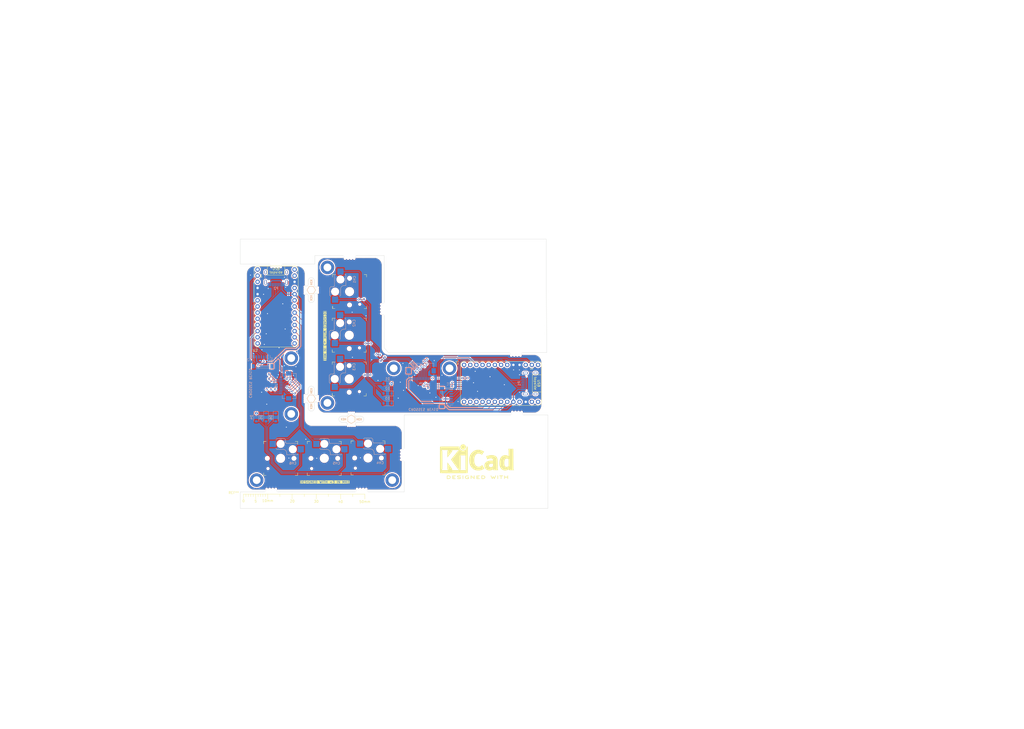
<source format=kicad_pcb>
(kicad_pcb (version 20240108) (generator "pcbnew") (generator_version "8.0")
  (title_block (title "Crosses-Thumbs") (date "2025-01-06") (rev "10") (company "Vincent Franco"))
  (layers (0 "F.Cu" signal) (31 "B.Cu" signal) (34 "B.Paste" user) (35 "F.Paste" user) (36 "B.SilkS" user "B.Silkscreen") (37 "F.SilkS" user "F.Silkscreen") (38 "B.Mask" user) (39 "F.Mask" user) (44 "Edge.Cuts" user))
  (net 0 "")
  (net 1 "GND")
  (net 2 "Net-(D4-A)")
  (net 3 "R-COL2")
  (net 4 "R-COL3")
  (net 5 "Net-(D5-A)")
  (net 6 "Net-(D6-A)")
  (net 7 "R-COL4")
  (net 8 "R-ROW3")
  (net 9 "R-VCC")
  (net 10 "R-MOSI")
  (net 11 "R-MISO")
  (net 12 "R-CS")
  (net 13 "R-SCK")
  (net 14 "R-COL0")
  (net 15 "R-ROW2")
  (net 16 "R-ROW0")
  (net 17 "R-COL1")
  (net 18 "R-ROW1")
  (net 19 "R-DATA")
  (net 30 "R-I2C SCL")
  (net 31 "R-I2C SDA")
  (net 32 "Net-(D1-A)")
  (net 33 "L-COL2")
  (net 34 "Net-(D2-A)")
  (net 35 "L-COL3")
  (net 36 "Net-(D3-A)")
  (net 37 "L-COL4")
  (net 38 "L-ROW3")
  (net 39 "L-CS")
  (net 40 "L-MOSI")
  (net 41 "L-MISO")
  (net 42 "L-VCC")
  (net 43 "L-SCK")
  (net 44 "L-ROW1")
  (net 45 "L-I2C SCL")
  (net 46 "L-COL0")
  (net 47 "L-I2C SDA")
  (net 48 "L-ROW0")
  (net 49 "L-ROW2")
  (net 50 "L-COL1")
  (net 54 "L-DATA")
  (net 60 "R-ROWH")
  (net 61 "R-COLP")
  (net 62 "L-COLP")
  (net 63 "L-ROWH")
  (footprint "MountingHole:MountingHole_3.2mm_M3_DIN965_Pad" (layer "F.Cu") (at 160.7 149.75 -90)
    (property "Reference" "H3" (hide yes))
    (property "Value" "MountingHole" (hide yes))
  )
  (footprint "PCM_marbastlib-various:mousebites_1mm" (layer "F.Cu") (at 164 185.5 180)
    (property "Reference" "REF**" (hide yes))
    (property "Value" "mousebites 1mm" (hide yes))
    (fp_arc (start 0 -2.75) (mid -0.5 -2.25) (end -1 -2.75) (stroke (width 0.05)) (layer "Edge.Cuts"))
    (fp_arc (start -1 2.75) (mid -0.5 2.25) (end 0 2.75) (stroke (width 0.05)) (layer "Edge.Cuts"))
  )
  (footprint "PCM_marbastlib-xp-promicroish:Helios_AH_USBup" (layer "F.Cu") (at 203.66868 155.956924 -90)
    (property "Reference" "U1")
    (property "Value" "supermini nrf / nice nano v2")
  )
  (footprint "PCM_marbastlib-various:mousebites_1mm" (layer "F.Cu") (at 110.25 199.75 90)
    (property "Reference" "REF**" (hide yes))
    (property "Value" "mousebites 1mm" (hide yes))
    (fp_arc (start 0 -2.75) (mid -0.5 -2.25) (end -1 -2.75) (stroke (width 0.05)) (layer "Edge.Cuts"))
    (fp_arc (start -1 2.75) (mid -0.5 2.25) (end 0 2.75) (stroke (width 0.05)) (layer "Edge.Cuts"))
  )
  (footprint "PCM_marbastlib-various:mousebites_5p5mm_easysnap" (layer "F.Cu") (at 143.25 168 90)
    (property "Reference" "MB5" (hide yes))
    (property "Value" "5.5mm" (hide yes))
    (fp_line (start -4.000001 -3.9) (end -4 -2.4) (stroke (width 0.1)) (layer "Edge.Cuts"))
    (fp_line (start -1.5 -2.03) (end -1.5 -3.9) (stroke (width 0.1)) (layer "Edge.Cuts"))
    (fp_line (start -4 2.4) (end -4.000001 3.9) (stroke (width 0.1)) (layer "Edge.Cuts"))
    (fp_line (start -1.5 3.9) (end -1.5 2.03) (stroke (width 0.1)) (layer "Edge.Cuts"))
    (fp_arc (start -4.000001 -3.9) (mid -2.750001 -5.150001) (end -1.5 -3.9) (stroke (width 0.1)) (layer "Edge.Cuts"))
    (fp_arc (start -4 -2.4) (mid -4.75 -1.65) (end -5.5 -2.4) (stroke (width 0.1)) (layer "Edge.Cuts"))
    (fp_arc (start 0 -2.03) (mid -0.75 -1.28) (end -1.5 -2.03) (stroke (width 0.1)) (layer "Edge.Cuts"))
    (fp_arc (start -1.5 2.03) (mid -0.75 1.28) (end 0 2.03) (stroke (width 0.1)) (layer "Edge.Cuts"))
    (fp_arc (start -5.5 2.4) (mid -4.75 1.65) (end -4 2.4) (stroke (width 0.1)) (layer "Edge.Cuts"))
    (fp_arc (start -1.5 3.9) (mid -2.750001 5.15) (end -4.000001 3.9) (stroke (width 0.1)) (layer "Edge.Cuts"))
  )
  (footprint "keyswitches:Kailh_socket_PG1350" (layer "F.Cu") (at 142.39868 136.116924 -90)
    (property "Reference" "CH2")
    (property "Value" "CPG135001S30")
  )
  (footprint "keyswitches:Kailh_socket_PG1350" (layer "F.Cu") (at 142.51868 118.126924 -90)
    (property "Reference" "CH1")
    (property "Value" "CPG135001S30")
  )
  (footprint "PCM_marbastlib-various:mousebites_1mm" (layer "F.Cu") (at 155.77868 125.276924 180)
    (property "Reference" "REF**" (hide yes))
    (property "Value" "mousebites 1mm" (hide yes))
    (fp_arc (start 0 -2.75) (mid -0.5 -2.25) (end -1 -2.75) (stroke (width 0.05)) (layer "Edge.Cuts"))
    (fp_arc (start -1 2.75) (mid -0.5 2.25) (end 0 2.75) (stroke (width 0.05)) (layer "Edge.Cuts"))
  )
  (footprint "PCM_marbastlib-various:mousebites_5p5mm_easysnap" (layer "F.Cu") (at 129.5 162.25)
    (property "Reference" "MB5" (hide yes))
    (property "Value" "5.5mm" (hide yes))
    (fp_line (start -4 -3.9) (end -4 -2.4) (stroke (width 0.1)) (layer "Edge.Cuts"))
    (fp_line (start -4 2.4) (end -4 3.9) (stroke (width 0.1)) (layer "Edge.Cuts"))
    (fp_line (start -1.5 -2.03) (end -1.5 -3.9) (stroke (width 0.1)) (layer "Edge.Cuts"))
    (fp_line (start -1.5 3.9) (end -1.5 2.03) (stroke (width 0.1)) (layer "Edge.Cuts"))
    (fp_arc (start -5.5 2.4) (mid -4.75 1.65) (end -4 2.4) (stroke (width 0.1)) (layer "Edge.Cuts"))
    (fp_arc (start -4 -3.9) (mid -2.75 -5.15) (end -1.5 -3.9) (stroke (width 0.1)) (layer "Edge.Cuts"))
    (fp_arc (start -4 -2.4) (mid -4.75 -1.65) (end -5.5 -2.4) (stroke (width 0.1)) (layer "Edge.Cuts"))
    (fp_arc (start -1.5 2.03) (mid -0.75 1.28) (end 0 2.03) (stroke (width 0.1)) (layer "Edge.Cuts"))
    (fp_arc (start -1.5 3.9) (mid -2.75 5.15) (end -4 3.9) (stroke (width 0.1)) (layer "Edge.Cuts"))
    (fp_arc (start 0 -2.03) (mid -0.75 -1.28) (end -1.5 -2.03) (stroke (width 0.1)) (layer "Edge.Cuts"))
  )
  (footprint "PCM_marbastlib-various:mousebites_1mm" (layer "F.Cu") (at 211.02868 144.25 -90)
    (property "Reference" "REF**" (hide yes))
    (property "Value" "mousebites 1mm" (hide yes))
    (fp_arc (start -1 2.75) (mid -0.5 2.25) (end 0 2.75) (stroke (width 0.05)) (layer "Edge.Cuts"))
    (fp_arc (start 0 -2.75) (mid -0.5 -2.25) (end -1 -2.75) (stroke (width 0.05)) (layer "Edge.Cuts"))
  )
  (footprint "PCM_marbastlib-various:mousebites_1mm" (layer "F.Cu") (at 211.5 168 90)
    (property "Reference" "REF**" (hide yes))
    (property "Value" "mousebites 1mm" (hide yes))
    (fp_arc (start 0 -2.75) (mid -0.5 -2.25) (end -1 -2.75) (stroke (width 0.05)) (layer "Edge.Cuts"))
    (fp_arc (start -1 2.75) (mid -0.5 2.25) (end 0 2.75) (stroke (width 0.05)) (layer "Edge.Cuts"))
  )
  (footprint "PCM_marbastlib-various:mousebites_1mm" (layer "F.Cu") (at 147.5 199.75 90)
    (property "Reference" "REF**" (hide yes))
    (property "Value" "mousebites 1mm" (hide yes))
    (fp_arc (start 0 -2.75) (mid -0.5 -2.25) (end -1 -2.75) (stroke (width 0.05)) (layer "Edge.Cuts"))
    (fp_arc (start -1 2.75) (mid -0.5 2.25) (end 0 2.75) (stroke (width 0.05)) (layer "Edge.Cuts"))
  )
  (footprint "Symbol:KiCad-Logo2_12mm_SilkScreen" (layer "F.Cu") (at 195 187)
    (property "Reference" "REF**" (hide yes))
    (property "Value" "KiCad-Logo2_12mm_SilkScreen" (hide yes))
  )
  (footprint "keyswitches:Kailh_socket_PG1350" (layer "F.Cu") (at 150.121322 186.721321 180)
    (property "Reference" "CH4")
    (property "Value" "CPG135001S30")
  )
  (footprint "keyswitches:Kailh_socket_PG1350" (layer "F.Cu") (at 132.121319 186.871319 180)
    (property "Reference" "CH5")
    (property "Value" "CPG135001S30")
  )
  (footprint "MountingHole:MountingHole_3.2mm_M3_DIN965_Pad" (layer "F.Cu") (at 133.4 108.15 -90)
    (property "Reference" "H1" (hide yes))
    (property "Value" "MountingHole" (hide yes))
  )
  (footprint "Calibration_Scale:Gauge_50mm_Type1_SilkScreenTop" (layer "F.Cu") (at 98.83 201.65)
    (property "Reference" "REF**")
    (property "Value" "Gauge_50mm_Type1_SilkScreenTop")
  )
  (footprint "PCM_marbastlib-various:mousebites_1mm" (layer "F.Cu") (at 142.52868 104.276924 -90)
    (property "Reference" "REF**" (hide yes))
    (property "Value" "mousebites 1mm" (hide yes))
    (fp_arc (start -1 2.75) (mid -0.5 2.25) (end 0 2.75) (stroke (width 0.05)) (layer "Edge.Cuts"))
    (fp_arc (start 0 -2.75) (mid -0.5 -2.25) (end -1 -2.75) (stroke (width 0.05)) (layer "Edge.Cuts"))
  )
  (footprint "art-warning:gggw-logo" (layer "F.Cu") (at 174.9 126.7)
    (property "Reference" "G***" (hide yes))
    (property "Value" "LOGO" (hide yes))
  )
  (footprint "keyswitches:Kailh_socket_PG1350" (layer "F.Cu") (at 142.36868 154.126924 -90)
    (property "Reference" "CH3")
    (property "Value" "CPG135001S30")
  )
  (footprint "PCM_marbastlib-various:mousebites_5p5mm_easysnap" (layer "F.Cu") (at 129.5 117.5)
    (property "Reference" "MB5" (hide yes))
    (property "Value" "5.5mm" (hide yes))
    (fp_line (start -4 -3.9) (end -4 -2.4) (stroke (width 0.1)) (layer "Edge.Cuts"))
    (fp_line (start -4 2.4) (end -4 3.9) (stroke (width 0.1)) (layer "Edge.Cuts"))
    (fp_line (start -1.5 -2.03) (end -1.5 -3.9) (stroke (width 0.1)) (layer "Edge.Cuts"))
    (fp_line (start -1.5 3.9) (end -1.5 2.03) (stroke (width 0.1)) (layer "Edge.Cuts"))
    (fp_arc (start -5.5 2.4) (mid -4.75 1.65) (end -4 2.4) (stroke (width 0.1)) (layer "Edge.Cuts"))
    (fp_arc (start -4 -3.9) (mid -2.75 -5.15) (end -1.5 -3.9) (stroke (width 0.1)) (layer "Edge.Cuts"))
    (fp_arc (start -4 -2.4) (mid -4.75 -1.65) (end -5.5 -2.4) (stroke (width 0.1)) (layer "Edge.Cuts"))
    (fp_arc (start -1.5 2.03) (mid -0.75 1.28) (end 0 2.03) (stroke (width 0.1)) (layer "Edge.Cuts"))
    (fp_arc (start -1.5 3.9) (mid -2.75 5.15) (end -4 3.9) (stroke (width 0.1)) (layer "Edge.Cuts"))
    (fp_arc (start 0 -2.03) (mid -0.75 -1.28) (end -1.5 -2.03) (stroke (width 0.1)) (layer "Edge.Cuts"))
  )
  (footprint "PCM_marbastlib-xp-promicroish:Helios_AH_USBup" (layer "F.Cu") (at 112.25 125.52)
    (property "Reference" "U2")
    (property "Value" "supermini nrf / nice nano v2")
  )
  (footprint "MountingHole:MountingHole_3.2mm_M3_DIN965_Pad" (layer "F.Cu") (at 183.7 149.75 -90)
    (property "Reference" "H3" (hide yes))
    (property "Value" "MountingHole" (hide yes))
  )
  (footprint "MountingHole:MountingHole_3.2mm_M3_DIN965_Pad" (layer "F.Cu") (at 133.4 164 -90)
    (property "Reference" "H2" (hide yes))
    (property "Value" "MountingHole" (hide yes))
  )
  (footprint "keyswitches:Kailh_socket_PG1350" (layer "F.Cu") (at 114.121321 186.87132 180)
    (property "Reference" "CH6")
    (property "Value" "CPG135001S30")
  )
  (footprint "PCM_marbastlib-various:mousebites_1mm" (layer "F.Cu") (at 112.25 107.75 -90)
    (property "Reference" "REF**" (hide yes))
    (property "Value" "mousebites 1mm" (hide yes))
    (fp_arc (start -1 2.75) (mid -0.5 2.25) (end 0 2.75) (stroke (width 0.05)) (layer "Edge.Cuts"))
    (fp_arc (start 0 -2.75) (mid -0.5 -2.25) (end -1 -2.75) (stroke (width 0.05)) (layer "Edge.Cuts"))
  )
  (footprint "MountingHole:MountingHole_3.2mm_M3_DIN965_Pad" (layer "B.Cu") (at 118.5 168.55 180)
    (property "Reference" "H3" (hide yes))
    (property "Value" "MountingHole" (hide yes))
  )
  (footprint "Diode_SMD:D_SOD-123" (layer "B.Cu") (at 158.17868 164.176924 180)
    (property "Reference" "D3")
    (property "Value" "1N4148")
  )
  (footprint "Diode_SMD:D_SOD-123" (layer "B.Cu") (at 104.1 169.95 -90)
    (property "Reference" "D4")
    (property "Value" "1N4148")
  )
  (footprint "PCM_marbastlib-various:USB_C_Receptacle_HRO_TYPE-C-31-M-12" (layer "B.Cu") (at 112.25 111.19)
    (property "Reference" "P2")
    (property "Value" "TYPE-C-31-M-12 USB")
  )
  (footprint "PCM_marbastlib-xp-various:SM06B-SRSS-TB(LF)(SN)" (layer "B.Cu") (at 106.7 147.6 180)
    (property "Reference" "J2")
    (property "Value" "Conn_01x06_Socket")
  )
  (footprint "Diode_SMD:D_SOD-123" (layer "B.Cu") (at 158.17868 160.106924 180)
    (property "Reference" "D2")
    (property "Value" "1N4148")
  )
  (footprint "Diode_SMD:D_SOD-123" (layer "B.Cu") (at 112.1 169.95 -90)
    (property "Reference" "D6")
    (property "Value" "1N4148")
  )
  (footprint "PCM_marbastlib-xp-various:SM06B-SRSS-TB(LF)(SN)" (layer "B.Cu") (at 181.875 161.8 90)
    (property "Reference" "J1")
    (property "Value" "Conn_01x06_Socket")
  )
  (footprint "MountingHole:MountingHole_3.2mm_M3_DIN965_Pad" (layer "B.Cu") (at 118.5 145.55 180)
    (property "Reference" "H3" (hide yes))
    (property "Value" "MountingHole" (hide yes))
  )
  (footprint "MountingHole:MountingHole_3.2mm_M3_DIN965_Pad" (layer "B.Cu") (at 104.25 195.85 180)
    (property "Reference" "H2" (hide yes))
    (property "Value" "MountingHole" (hide yes))
  )
  (footprint "Connector_FFC-FPC:Hirose_FH12-14S-0.5SH_1x14-1MP_P0.50mm_Horizontal" (layer "B.Cu") (at 172.020001 152.18)
    (property "Reference" "J4")
    (property "Value" "Conn_01x14_Pin")
  )
  (footprint "Diode_SMD:D_SOD-123" (layer "B.Cu") (at 108.1 169.95 -90)
    (property "Reference" "D5")
    (property "Value" "1N4148")
  )
  (footprint "MountingHole:MountingHole_3.2mm_M3_DIN965_Pad" (layer "B.Cu") (at 160.1 195.85 180)
    (property "Reference" "H1" (hide yes))
    (property "Value" "MountingHole" (hide yes))
  )
  (footprint "Connector_FFC-FPC:Hirose_FH12-14S-0.5SH_1x14-1MP_P0.50mm_Horizontal" (layer "B.Cu") (at 116.05 157 -90)
    (property "Reference" "J5")
    (property "Value" "Conn_01x14_Pin")
  )
  (footprint "Diode_SMD:D_SOD-123" (layer "B.Cu") (at 158.17868 156.076924 180)
    (property "Reference" "D1")
    (property "Value" "1N4148")
  )
  (footprint "PCM_marbastlib-various:USB_C_Receptacle_HRO_TYPE-C-31-M-12" (layer "B.Cu") (at 218.06868 156.006924 -90)
    (property "Reference" "P1")
    (property "Value" "TYPE-C-31-M-12 USB")
  )
  (gr_line (start 165 169) (end 208.75 169) (stroke (width 0.1)) (layer "Edge.Cuts"))
  (gr_line (start 165 182.75) (end 165 169) (stroke (width 0.1)) (layer "Edge.Cuts"))
  (gr_line (start 124 159.85) (end 124 119.9) (stroke (width 0.1)) (layer "Edge.Cuts"))
  (gr_line (start 208.75 168) (end 145.28 168) (stroke (width 0.1)) (layer "Edge.Cuts"))
  (gr_line (start 103.25 107.75) (end 109.5 107.75) (stroke (width 0.1)) (layer "Edge.Cuts"))
  (gr_arc (start 218.5 144.25) (mid 220.62132 145.12868) (end 221.5 147.25) (stroke (width 0.1)) (layer "Edge.Cuts"))
  (gr_line (start 97.5 200.75) (end 107.5 200.75) (stroke (width 0.1)) (layer "Edge.Cuts"))
  (gr_line (start 97.5 207.5) (end 97.5 200.75) (stroke (width 0.1)) (layer "Edge.Cuts"))
  (gr_line (start 100.25 196.75) (end 100.25 110.75) (stroke (width 0.1)) (layer "Edge.Cuts"))
  (gr_arc (start 100.25 110.75) (mid 101.12868 108.62868) (end 103.25 107.75) (stroke (width 0.1)) (layer "Edge.Cuts"))
  (gr_line (start 155.75 141.25) (end 155.77868 128.026924) (stroke (width 0.1)) (layer "Edge.Cuts"))
  (gr_line (start 150.25 199.75) (end 161 199.75) (stroke (width 0.1)) (layer "Edge.Cuts"))
  (gr_line (start 213.77868 143.25) (end 223.75 143.25) (stroke (width 0.1)) (layer "Edge.Cuts"))
  (gr_line (start 139.77868 104.276924) (end 132.5 104.25) (stroke (width 0.1)) (layer "Edge.Cuts"))
  (gr_line (start 124 115.1) (end 124 110.75) (stroke (width 0.1)) (layer "Edge.Cuts"))
  (gr_line (start 213.77868 144.25) (end 218.5 144.25) (stroke (width 0.1)) (layer "Edge.Cuts"))
  (gr_line (start 156.75 103.25) (end 156.77868 122.526924) (stroke (width 0.1)) (layer "Edge.Cuts"))
  (gr_line (start 128.25 103.25) (end 139.77868 103.276924) (stroke (width 0.1)) (layer "Edge.Cuts"))
  (gr_line (start 158.5 143.25) (end 208.27868 143.25) (stroke (width 0.1)) (layer "Edge.Cuts"))
  (gr_line (start 218.5 168) (end 214.25 168) (stroke (width 0.1)) (layer "Edge.Cuts"))
  (gr_line (start 115 106.75) (end 128.25 106.75) (stroke (width 0.1)) (layer "Edge.Cuts"))
  (gr_arc (start 158.75 144.25) (mid 156.62868 143.37132) (end 155.75 141.25) (stroke (width 0.1)) (layer "Edge.Cuts"))
  (gr_line (start 223.5 96.5) (end 97.5 96.5) (stroke (width 0.1)) (layer "Edge.Cuts"))
  (gr_line (start 156.77868 128.026924) (end 156.75 141.25) (stroke (width 0.1)) (layer "Edge.Cuts"))
  (gr_line (start 156.75 141.25) (end 158.5 143.25) (stroke (width 0.1)) (layer "Edge.Cuts"))
  (gr_line (start 103.25 199.75) (end 107.5 199.75) (stroke (width 0.1)) (layer "Edge.Cuts"))
  (gr_line (start 129.5 115.47) (end 129.499999 107.25) (stroke (width 0.1)) (layer "Edge.Cuts"))
  (gr_arc (start 161 173.5) (mid 163.12132 174.37868) (end 164 176.5) (stroke (width 0.1)) (layer "Edge.Cuts"))
  (gr_line (start 113 199.75) (end 144.75 199.75) (stroke (width 0.1)) (layer "Edge.Cuts"))
  (gr_line (start 145.27868 104.276924) (end 152.75 104.250001) (stroke (width 0.1)) (layer "Edge.Cuts"))
  (gr_line (start 150.25 200.75) (end 165 200.75) (stroke (width 0.1)) (layer "Edge.Cuts"))
  (gr_line (start 158.75 144.25) (end 208.27868 144.25) (stroke (width 0.1)) (layer "Edge.Cuts"))
  (gr_line (start 214.25 169) (end 224.25 169) (stroke (width 0.1)) (layer "Edge.Cuts"))
  (gr_line (start 224.25 207.5) (end 97.5 207.5) (stroke (width 0.1)) (layer "Edge.Cuts"))
  (gr_line (start 140.85 173.5) (end 127 173.5) (stroke (width 0.1)) (layer "Edge.Cuts"))
  (gr_line (start 164 188.25) (end 164 196.75) (stroke (width 0.1)) (layer "Edge.Cuts"))
  (gr_line (start 223.75 143.25) (end 223.5 96.5) (stroke (width 0.1)) (layer "Edge.Cuts"))
  (gr_line (start 128.25 106.75) (end 128.25 103.25) (stroke (width 0.1)) (layer "Edge.Cuts"))
  (gr_line (start 165 200.75) (end 165 188.25) (stroke (width 0.1)) (layer "Edge.Cuts"))
  (gr_arc (start 221.5 165) (mid 220.62132 167.12132) (end 218.5 168) (stroke (width 0.1)) (layer "Edge.Cuts"))
  (gr_line (start 224.25 169) (end 224.25 207.5) (stroke (width 0.1)) (layer "Edge.Cuts"))
  (gr_line (start 97.5 106.75) (end 109.5 106.75) (stroke (width 0.1)) (layer "Edge.Cuts"))
  (gr_line (start 145.27868 103.276924) (end 156.75 103.25) (stroke (width 0.1)) (layer "Edge.Cuts"))
  (gr_line (start 164 182.75) (end 164 176.5) (stroke (width 0.1)) (layer "Edge.Cuts"))
  (gr_arc (start 127 173.5) (mid 124.87868 172.62132) (end 124 170.5) (stroke (width 0.1)) (layer "Edge.Cuts"))
  (gr_arc (start 132.5 168) (mid 130.37868 167.12132) (end 129.5 165) (stroke (width 0.1)) (layer "Edge.Cuts"))
  (gr_line (start 221.5 165) (end 221.5 147.25) (stroke (width 0.1)) (layer "Edge.Cuts"))
  (gr_line (start 155.749999 107.25) (end 155.77868 122.526924) (stroke (width 0.1)) (layer "Edge.Cuts"))
  (gr_arc (start 129.499999 107.25) (mid 130.378679 105.128679) (end 132.5 104.25) (stroke (width 0.1)) (layer "Edge.Cuts"))
  (gr_line (start 115 107.75) (end 121 107.75) (stroke (width 0.1)) (layer "Edge.Cuts"))
  (gr_line (start 97.5 96.5) (end 97.5 106.75) (stroke (width 0.1)) (layer "Edge.Cuts"))
  (gr_line (start 144.75 200.75) (end 113 200.75) (stroke (width 0.1)) (layer "Edge.Cuts"))
  (gr_line (start 129.5 165) (end 129.5 164.28) (stroke (width 0.1)) (layer "Edge.Cuts"))
  (gr_line (start 129.5 160.22) (end 129.5 119.53) (stroke (width 0.1)) (layer "Edge.Cuts"))
  (gr_arc (start 152.75 104.250001) (mid 154.871319 105.128681) (end 155.749999 107.25) (stroke (width 0.1)) (layer "Edge.Cuts"))
  (gr_arc (start 164 196.75) (mid 163.12132 198.87132) (end 161 199.75) (stroke (width 0.1)) (layer "Edge.Cuts"))
  (gr_line (start 161 173.5) (end 145.65 173.5) (stroke (width 0.1)) (layer "Edge.Cuts"))
  (gr_line (start 132.5 168) (end 141.22 168) (stroke (width 0.1)) (layer "Edge.Cuts"))
  (gr_arc (start 103.25 199.75) (mid 101.12868 198.87132) (end 100.25 196.75) (stroke (width 0.1)) (layer "Edge.Cuts"))
  (gr_arc (start 121 107.75) (mid 123.12132 108.62868) (end 124 110.75) (stroke (width 0.1)) (layer "Edge.Cuts"))
  (gr_line (start 124 164.65) (end 124 170.5) (stroke (width 0.1)) (layer "Edge.Cuts"))
  (gr_text "CROSSES REV10" (at 101.08 162.12 270) (layer "B.SilkS") (effects (font (size 1 1)) (justify left bottom mirror)))
  (gr_text "CROSSES REV10" (at 166.72 166.1 180) (layer "B.SilkS") (effects (font (size 1 1)) (justify left bottom mirror)))
  (gr_text "DESIGNED WITH <3 IN MKE" (at 131.75 126 -90) (layer "F.SilkS" knockout) (effects (font (size 1 1)) (justify left bottom)))
  (gr_text "DESIGNED WITH <3 IN MKE" (at 121.92382 197.25 0) (layer "F.SilkS" knockout) (effects (font (size 1 1)) (justify left bottom)))
  (via (at 143.7 145.2) (size 0.8) (drill 0.4) (layers "F.Cu" "B.Cu") (net 1))
  (via (at 143.6 126.6) (size 0.8) (drill 0.4) (layers "F.Cu" "B.Cu") (net 1))
  (via (at 106.3 159.6) (size 0.8) (drill 0.4) (layers "F.Cu" "B.Cu") (net 1))
  (via (at 210.1 150.4) (size 0.8) (drill 0.4) (layers "F.Cu" "B.Cu") (net 1))
  (via (at 120.43 149.05) (size 0.8) (drill 0.4) (layers "F.Cu" "B.Cu") (net 1))
  (via (at 115.7 112.2) (size 0.8) (drill 0.4) (layers "F.Cu" "B.Cu") (net 1))
  (via (at 105.7 146.56) (size 0.8) (drill 0.4) (layers "F.Cu" "B.Cu") (net 1))
  (via (at 195.25 159.25) (size 0.8) (drill 0.4) (layers "F.Cu" "B.Cu") (net 1))
  (via (at 108.63 146.47) (size 0.8) (drill 0.4) (layers "F.Cu" "B.Cu") (net 1))
  (via (at 115.68 148.66) (size 0.8) (drill 0.4) (layers "F.Cu" "B.Cu") (net 1))
  (via (at 200.4 153.2) (size 0.8) (drill 0.4) (layers "F.Cu" "B.Cu") (net 1))
  (via (at 116.48 174.01) (size 0.8) (drill 0.4) (layers "F.Cu" "B.Cu") (net 1))
  (via (at 170.8 156.86) (size 0.8) (drill 0.4) (layers "F.Cu" "B.Cu") (net 1))
  (via (at 129 186.85) (size 0.8) (drill 0.4) (layers "F.Cu" "B.Cu") (net 1))
  (via (at 149.3 128.1) (size 0.8) (drill 0.4) (layers "F.Cu" "B.Cu") (net 1))
  (via (at 151.62 146.2) (size 0.8) (drill 0.4) (layers "F.Cu" "B.Cu") (net 1))
  (via (at 113.19 152.37) (size 0.8) (drill 0.4) (layers "F.Cu" "B.Cu") (net 1))
  (via (at 164.5 147.75) (size 0.8) (drill 0.4) (layers "F.Cu" "B.Cu") (net 1))
  (via (at 178.1 161.7) (size 0.8) (drill 0.4) (layers "F.Cu" "B.Cu") (net 1))
  (via (at 106.4 142.1) (size 0.8) (drill 0.4) (layers "F.Cu" "B.Cu") (net 1))
  (via (at 177.41 146.54) (size 0.8) (drill 0.4) (layers "F.Cu" "B.Cu") (net 1))
  (via (at 108.7 127.2) (size 0.8) (drill 0.4) (layers "F.Cu" "B.Cu") (net 1))
  (via (at 147 186.65) (size 0.8) (drill 0.4) (layers "F.Cu" "B.Cu") (net 1))
  (via (at 164.76 158.85) (size 0.8) (drill 0.4) (layers "F.Cu" "B.Cu") (net 1))
  (via (at 121.13 143.07) (size 0.8) (drill 0.4) (layers "F.Cu" "B.Cu") (net 1))
  (via (at 116.15 116.34) (size 0.8) (drill 0.4) (layers "F.Cu" "B.Cu") (net 1))
  (via (at 112.76 153.39) (size 0.8) (drill 0.4) (layers "F.Cu" "B.Cu") (net 1))
  (via (at 212.53 152.42) (size 0.8) (drill 0.4) (layers "F.Cu" "B.Cu") (net 1))
  (via (at 102.9 143.67) (size 0.8) (drill 0.4) (layers "F.Cu" "B.Cu") (net 1))
  (via (at 206.3 156.5) (size 0.8) (drill 0.4) (layers "F.Cu" "B.Cu") (net 1))
  (via (at 117.5 186.75) (size 0.8) (drill 0.4) (layers "F.Cu" "B.Cu") (net 1))
  (via (at 180.6 152.6) (size 0.8) (drill 0.4) (layers "F.Cu" "B.Cu") (net 1))
  (via (at 162.58 162.04) (size 0.8) (drill 0.4) (layers "F.Cu" "B.Cu") (net 1))
  (via (at 115 123.15) (size 0.8) (drill 0.4) (layers "F.Cu" "B.Cu") (net 1))
  (via (at 212.5 150.4) (size 0.8) (drill 0.4) (layers "F.Cu" "B.Cu") (net 1))
  (via (at 115.63 154.07) (size 0.8) (drill 0.4) (layers "F.Cu" "B.Cu") (net 1))
  (via (at 116 133.55) (size 0.8) (drill 0.4) (layers "F.Cu" "B.Cu") (net 1))
  (via (at 212.59 159.62) (size 0.8) (drill 0.4) (layers "F.Cu" "B.Cu") (net 1))
  (via (at 101.71 111.32) (size 0.8) (drill 0.4) (layers "F.Cu" "B.Cu") (net 1))
  (via (at 119.4 152.69) (size 0.8) (drill 0.4) (layers "F.Cu" "B.Cu") (net 1))
  (via (at 109.02 116.86) (size 0.8) (drill 0.4) (layers "F.Cu" "B.Cu") (net 1))
  (via (at 169.27 152.65) (size 0.8) (drill 0.4) (layers "F.Cu" "B.Cu") (net 1))
  (via (at 154.25 154.75) (size 0.8) (drill 0.4) (layers "F.Cu" "B.Cu") (net 1))
  (via (at 107.09 119.24) (size 0.8) (drill 0.4) (layers "F.Cu" "B.Cu") (net 1))
  (via (at 107.4 139.9) (size 0.8) (drill 0.4) (layers "F.Cu" "B.Cu") (net 1))
  (via (at 163.44 155.45) (size 0.8) (drill 0.4) (layers "F.Cu" "B.Cu") (net 1))
  (via (at 175.6 159.9) (size 0.8) (drill 0.4) (layers "F.Cu" "B.Cu") (net 1))
  (via (at 113.48 141.26) (size 0.8) (drill 0.4) (layers "F.Cu" "B.Cu") (net 1))
  (via (at 108.2 135.5) (size 0.8) (drill 0.4) (layers "F.Cu" "B.Cu") (net 1))
  (via (at 194.3 151) (size 0.8) (drill 0.4) (layers "F.Cu" "B.Cu") (net 1))
  (via (at 108.4 164.55) (size 0.8) (drill 0.4) (layers "F.Cu" "B.Cu") (net 1))
  (via (at 193.6 155.7) (size 0.8) (drill 0.4) (layers "F.Cu" "B.Cu") (net 1))
  (via (at 187.23 163.44) (size 0.8) (drill 0.4) (layers "F.Cu" "B.Cu") (net 1))
  (via (at 124.5 179) (size 0.8) (drill 0.4) (layers "F.Cu" "B.Cu") (net 1))
  (segment (start 115.5 115.69) (end 116.15 116.34) (width 0.4064) (layer "B.Cu") (net 1))
  (segment (start 214.02368 152.756924) (end 212.866924 152.756924) (width 0.4064) (layer "B.Cu") (net 1))
  (segment (start 109 116.84) (end 109.02 116.86) (width 0.4064) (layer "B.Cu") (net 1))
  (segment (start 115.63 154.07) (end 115.279999 154.07) (width 0.2) (layer "B.Cu") (net 1))
  (segment (start 169.27 152.65) (end 169.270001 152.650001) (width 0.2) (layer "B.Cu") (net 1))
  (segment (start 115.099999 154.25) (end 114.2 154.25) (width 0.2) (layer "B.Cu") (net 1))
  (segment (start 170.8 156.86) (end 169.270001 155.330001) (width 0.2) (layer "B.Cu") (net 1))
  (segment (start 115.279999 154.07) (end 115.099999 154.25) (width 0.2) (layer "B.Cu") (net 1))
  (segment (start 112.76 153.39) (end 112.76 153.710001) (width 0.2) (layer "B.Cu") (net 1))
  (segment (start 212.953076 159.256924) (end 212.59 159.62) (width 0.4064) (layer "B.Cu") (net 1))
  (segment (start 169.270001 155.330001) (end 169.270001 154.03) (width 0.2) (layer "B.Cu") (net 1))
  (segment (start 214.02368 159.256924) (end 212.953076 159.256924) (width 0.4064) (layer "B.Cu") (net 1))
  (segment (start 113.299999 154.25) (end 114.2 154.25) (width 0.2) (layer "B.Cu") (net 1))
  (segment (start 212.866924 152.756924) (end 212.53 152.42) (width 0.4064) (layer "B.Cu") (net 1))
  (segment (start 169.270001 152.650001) (end 169.270001 154.03) (width 0.2) (layer "B.Cu") (net 1))
  (segment (start 109 115.235) (end 109 116.84) (width 0.4064) (layer "B.Cu") (net 1))
  (segment (start 112.76 153.710001) (end 113.299999 154.25) (width 0.2) (layer "B.Cu") (net 1))
  (segment (start 115.5 115.235) (end 115.5 115.69) (width 0.4064) (layer "B.Cu") (net 1))
  (segment (start 108 184.05) (end 110.2 186.25) (width 0.2) (layer "B.Cu") (net 2))
  (segment (start 108 174.100001) (end 108 184.05) (width 0.2) (layer "B.Cu") (net 2))
  (segment (start 110.2 188.85) (end 114.5 193.15) (width 0.2) (layer "B.Cu") (net 2))
  (segment (start 110.2 186.25) (end 110.2 188.85) (width 0.2) (layer "B.Cu") (net 2))
  (segment (start 104.1 171.6) (end 105.499999 171.6) (width 0.2) (layer "B.Cu") (net 2))
  (segment (start 114.5 193.15) (end 156.4 193.15) (width 0.2) (layer "B.Cu") (net 2))
  (segment (start 158.396322 191.153678) (end 158.396322 182.971321) (width 0.2) (layer "B.Cu") (net 2))
  (segment (start 156.4 193.15) (end 158.396322 191.153678) (width 0.2) (layer "B.Cu") (net 2))
  (segment (start 105.499999 171.6) (end 108 174.100001) (width 0.2) (layer "B.Cu") (net 2))
  (segment (start 115.74 140.98) (end 118.38 140.98) (width 0.2) (layer "F.Cu") (net 3))
  (segment (start 112.41 144.31) (end 115.74 140.98) (width 0.2) (layer "F.Cu") (net 3))
  (segment (start 116.77 154.07) (end 116.78 154.08) (width 0.2) (layer "F.Cu") (net 3))
  (segment (start 116.18 151.01) (end 114.528628 151.01) (width 0.2) (layer "F.Cu") (net 3))
  (segment (start 118.38 140.98) (end 119.87 139.49) (width 0.2) (layer "F.Cu") (net 3))
  (segment (start 116.77 151.6) (end 116.77 154.07) (width 0.2) (layer "F.Cu") (net 3))
  (segment (start 116.77 151.6) (end 116.18 151.01) (width 0.2) (layer "F.Cu") (net 3))
  (segment (start 114.528628 151.01) (end 112.41 148.891372) (width 0.2) (layer "F.Cu") (net 3))
  (segment (start 112.41 148.891372) (end 112.41 144.31) (width 0.2) (layer "F.Cu") (net 3))
  (via (at 116.78 154.08) (size 0.8) (drill 0.4) (layers "F.Cu" "B.Cu") (net 3))
  (segment (start 117.5 153.36) (end 118.68 153.36) (width 0.2) (layer "B.Cu") (net 3))
  (segment (start 122.084975 165.079289) (end 123.02 166.014314) (width 0.2) (layer "B.Cu") (net 3))
  (segment (start 123.02 174.529314) (end 126.550686 178.06) (width 0.2) (layer "B.Cu") (net 3))
  (segment (start 144.135001 178.06) (end 146.846322 180.771321) (width 0.2) (layer "B.Cu") (net 3))
  (segment (start 115.100001 155.75) (end 114.2 155.75) (width 0.2) (layer "B.Cu") (net 3))
  (segment (start 118.68 153.36) (end 122.084975 156.764975) (width 0.2) (layer "B.Cu") (net 3))
  (segment (start 116.78 154.08) (end 116.770001 154.08) (width 0.2) (layer "B.Cu") (net 3))
  (segment (start 123.02 166.014314) (end 123.02 174.529314) (width 0.2) (layer "B.Cu") (net 3))
  (segment (start 122.084975 156.764975) (end 122.084975 165.079289) (width 0.2) (layer "B.Cu") (net 3))
  (segment (start 116.78 154.08) (end 117.5 153.36) (width 0.2) (layer "B.Cu") (net 3))
  (segment (start 116.770001 154.08) (end 115.100001 155.75) (width 0.2) (layer "B.Cu") (net 3))
  (segment (start 126.550686 178.06) (end 144.135001 178.06) (width 0.2) (layer "B.Cu") (net 3))
  (segment (start 116.95 150.61) (end 114.694314 150.61) (width 0.2) (layer "F.Cu") (net 4))
  (segment (start 114.694314 150.61) (end 112.81 148.725686) (width 0.2) (layer "F.Cu") (net 4))
  (segment (start 121.37 138.45) (end 119.87 136.95) (width 0.2) (layer "F.Cu") (net 4))
  (segment (start 121.37 140.21) (end 121.37 138.45) (width 0.2) (layer "F.Cu") (net 4))
  (segment (start 116.08 141.38) (end 120.2 141.38) (width 0.2) (layer "F.Cu") (net 4))
  (segment (start 118.06 151.72) (end 116.95 150.61) (width 0.2) (layer "F.Cu") (net 4))
  (segment (start 112.81 144.65) (end 116.08 141.38) (width 0.2) (layer "F.Cu") (net 4))
  (segment (start 120.2 141.38) (end 121.37 140.21) (width 0.2) (layer "F.Cu") (net 4))
  (segment (start 118.06 154.16) (end 118.06 151.72) (width 0.2) (layer "F.Cu") (net 4))
  (segment (start 112.81 148.725686) (end 112.81 144.65) (width 0.2) (layer "F.Cu") (net 4))
  (via (at 118.06 154.16) (size 0.8) (drill 0.4) (layers "F.Cu" "B.Cu") (net 4))
  (segment (start 115.970001 156.249999) (end 114.2 156.249999) (width 0.2) (layer "B.Cu") (net 4))
  (segment (start 118.06 154.16) (end 115.970001 156.249999) (width 0.2) (layer "B.Cu") (net 4))
  (segment (start 122.62 166.18) (end 122.62 174.695) (width 0.2) (layer "B.Cu") (net 4))
  (segment (start 121.684975 157.784975) (end 121.684975 165.244975) (width 0.2) (layer "B.Cu") (net 4))
  (segment (start 118.06 154.16) (end 121.684975 157.784975) (width 0.2) (layer "B.Cu") (net 4))
  (segment (start 121.684975 165.244975) (end 122.62 166.18) (width 0.2) (layer "B.Cu") (net 4))
  (segment (start 122.62 174.695) (end 128.846319 180.921319) (width 0.2) (layer "B.Cu") (net 4))
  (segment (start 140.396319 190.253681) (end 137.9 192.75) (width 0.2) (layer "B.Cu") (net 5))
  (segment (start 114.665686 192.75) (end 110.6 188.684314) (width 0.2) (layer "B.Cu") (net 5))
  (segment (start 108.4 173.934315) (end 108.1 173.634315) (width 0.2) (layer "B.Cu") (net 5))
  (segment (start 137.9 192.75) (end 114.665686 192.75) (width 0.2) (layer "B.Cu") (net 5))
  (segment (start 108.1 173.634315) (end 108.1 171.6) (width 0.2) (layer "B.Cu") (net 5))
  (segment (start 110.6 188.684314) (end 110.6 186.084314) (width 0.2) (layer "B.Cu") (net 5))
  (segment (start 108.4 183.884314) (end 108.4 173.934315) (width 0.2) (layer "B.Cu") (net 5))
  (segment (start 140.396319 183.121319) (end 140.396319 190.253681) (width 0.2) (layer "B.Cu") (net 5))
  (segment (start 110.6 186.084314) (end 108.4 183.884314) (width 0.2) (layer "B.Cu") (net 5))
  (segment (start 108.8 173.875) (end 111.075 171.6) (width 0.2) (layer "B.Cu") (net 6))
  (segment (start 122.396321 183.12132) (end 122.396321 189.753679) (width 0.2) (layer "B.Cu") (net 6))
  (segment (start 119.8 192.35) (end 114.831372 192.35) (width 0.2) (layer "B.Cu") (net 6))
  (segment (start 108.8 183.718628) (end 108.8 173.875) (width 0.2) (layer "B.Cu") (net 6))
  (segment (start 111.075 171.6) (end 112.1 171.6) (width 0.2) (layer "B.Cu") (net 6))
  (segment (start 111 188.518628) (end 111 185.918628) (width 0.2) (layer "B.Cu") (net 6))
  (segment (start 111 185.918628) (end 108.8 183.718628) (width 0.2) (layer "B.Cu") (net 6))
  (segment (start 122.396321 189.753679) (end 119.8 192.35) (width 0.2) (layer "B.Cu") (net 6))
  (segment (start 114.831372 192.35) (end 111 188.518628) (width 0.2) (layer "B.Cu") (net 6))
  (segment (start 120.53 141.78) (end 121.77 140.54) (width 0.2) (layer "F.Cu") (net 7))
  (segment (start 119.29 155.5) (end 120.41 154.38) (width 0.2) (layer "F.Cu") (net 7))
  (segment (start 113.26 144.85) (end 116.33 141.78) (width 0.2) (layer "F.Cu") (net 7))
  (segment (start 113.26 148.61) (end 113.26 144.85) (width 0.2) (layer "F.Cu") (net 7))
  (segment (start 114.86 150.21) (end 113.26 148.61) (width 0.2) (layer "F.Cu") (net 7))
  (segment (start 118.25 155.5) (end 119.29 155.5) (width 0.2) (layer "F.Cu") (net 7))
  (segment (start 120.41 154.38) (end 120.41 151.975686) (width 0.2) (layer "F.Cu") (net 7))
  (segment (start 116.33 141.78) (end 120.53 141.78) (width 0.2) (layer "F.Cu") (net 7))
  (segment (start 121.77 140.54) (end 121.77 136.31) (width 0.2) (layer "F.Cu") (net 7))
  (segment (start 121.77 136.31) (end 119.87 134.41) (width 0.2) (layer "F.Cu") (net 7))
  (segment (start 118.644314 150.21) (end 114.86 150.21) (width 0.2) (layer "F.Cu") (net 7))
  (segment (start 120.41 151.975686) (end 118.644314 150.21) (width 0.2) (layer "F.Cu") (net 7))
  (via (at 118.25 155.5) (size 0.8) (drill 0.4) (layers "F.Cu" "B.Cu") (net 7))
  (segment (start 121.24 159.33) (end 121.24 165.38) (width 0.2) (layer "B.Cu") (net 7))
  (segment (start 117.132359 178.767641) (end 113 178.767641) (width 0.2) (layer "B.Cu") (net 7))
  (segment (start 121.24 165.38) (end 122.22 166.36) (width 0.2) (layer "B.Cu") (net 7))
  (segment (start 118.25 155.5) (end 117 156.75) (width 0.2) (layer "B.Cu") (net 7))
  (segment (start 118.25 155.5) (end 118.25 156.34) (width 0.2) (layer "B.Cu") (net 7))
  (segment (start 122.22 166.36) (end 122.22 173.68) (width 0.2) (layer "B.Cu") (net 7))
  (segment (start 113 178.767641) (end 110.846321 180.92132) (width 0.2) (layer "B.Cu") (net 7))
  (segment (start 122.22 173.68) (end 117.132359 178.767641) (width 0.2) (layer "B.Cu") (net 7))
  (segment (start 117 156.75) (end 114.2 156.75) (width 0.2) (layer "B.Cu") (net 7))
  (segment (start 118.25 156.34) (end 121.24 159.33) (width 0.2) (layer "B.Cu") (net 7))
  (segment (start 101.7 163.65) (end 104.1 166.05) (width 0.2) (layer "F.Cu") (net 8))
  (segment (start 104.63 134.41) (end 101.7 137.34) (width 0.2) (layer "F.Cu") (net 8))
  (segment (start 101.7 137.34) (end 101.7 163.65) (width 0.2) (layer "F.Cu") (net 8))
  (segment (start 104.1 166.05) (end 104.1 168.3) (width 0.2) (layer "F.Cu") (net 8))
  (via (at 104.1 168.3) (size 0.8) (drill 0.4) (layers "F.Cu" "B.Cu") (net 8))
  (segment (start 104.1 168.3) (end 108.1 168.3) (width 0.2) (layer "B.Cu") (net 8))
  (segment (start 108.1 168.3) (end 112.1 168.3) (width 0.2) (layer "B.Cu") (net 8))
  (segment (start 114.7 117.43) (end 116.44 119.17) (width 0.4064) (layer "B.Cu") (net 9))
  (segment (start 113.125 145.125) (end 110.97 147.28) (width 0.4064) (layer "B.Cu") (net 9))
  (segment (start 119.87 119.17) (end 122 121.3) (width 0.4064) (layer "B.Cu") (net 9))
  (segment (start 116.44 119.17) (end 119.87 119.17) (width 0.4064) (layer "B.Cu") (net 9))
  (segment (start 116.32 141.93) (end 113.125 145.125) (width 0.4064) (layer "B.Cu") (net 9))
  (segment (start 109.8 115.235) (end 109.8 114.37983) (width 0.4064) (layer "B.Cu") (net 9))
  (segment (start 108.69 147.28) (end 108.1868 147.7832) (width 0.4064) (layer "B.Cu") (net 9))
  (segment (start 114.199999 153.57) (end 114.199999 153.75) (width 0.2) (layer "B.Cu") (net 9))
  (segment (start 106.442697 147.64) (end 105.05 147.64) (width 0.4064) (layer "B.Cu") (net 9))
  (segment (start 104.2 146.79) (end 104.2 145.1) (width 0.4064) (layer "B.Cu") (net 9))
  (segment (start 109.8 114.37983) (end 110.52983 113.65) (width 0.4064) (layer "B.Cu") (net 9))
  (segment (start 120.62 141.93) (end 116.32 141.93) (width 0.4064) (layer "B.Cu") (net 9))
  (segment (start 114.2 146.2) (end 113.125 145.125) (width 0.4064) (layer "B.Cu") (net 9))
  (segment (start 122 121.3) (end 122 140.55) (width 0.4064) (layer "B.Cu") (net 9))
  (segment (start 110.52983 113.65) (end 113.97017 113.65) (width 0.4064) (layer "B.Cu") (net 9))
  (segment (start 113.97017 113.65) (end 114.7 114.37983) (width 0.4064) (layer "B.Cu") (net 9))
  (segment (start 114.7 114.37983) (end 114.7 115.235) (width 0.4064) (layer "B.Cu") (net 9))
  (segment (start 114.199999 153.57) (end 114.199999 153.439999) (width 0.4064) (layer "B.Cu") (net 9))
  (segment (start 105.05 147.64) (end 104.2 146.79) (width 0.4064) (layer "B.Cu") (net 9))
  (segment (start 108.1868 147.7832) (end 106.585897 147.7832) (width 0.4064) (layer "B.Cu") (net 9))
  (segment (start 114.199999 153.57) (end 114.2 153.569999) (width 0.4064) (layer "B.Cu") (net 9))
  (segment (start 110.97 147.28) (end 108.69 147.28) (width 0.4064) (layer "B.Cu") (net 9))
  (segment (start 114.7 115.235) (end 114.7 117.43) (width 0.4064) (layer "B.Cu") (net 9))
  (segment (start 106.585897 147.7832) (end 106.442697 147.64) (width 0.4064) (layer "B.Cu") (net 9))
  (segment (start 114.2 153.569999) (end 114.2 146.2) (width 0.4064) (layer "B.Cu") (net 9))
  (segment (start 122 140.55) (end 120.62 141.93) (width 0.4064) (layer "B.Cu") (net 9))
  (segment (start 102.8 126.08) (end 102.8 140.799999) (width 0.2) (layer "B.Cu") (net 10))
  (segment (start 104.63 124.25) (end 102.8 126.08) (width 0.2) (layer "B.Cu") (net 10))
  (segment (start 102.8 140.799999) (end 106.200001 144.2) (width 0.2) (layer "B.Cu") (net 10))
  (segment (start 106.200001 144.2) (end 106.200001 145.1) (width 0.2) (layer "B.Cu") (net 10))
  (segment (start 104.92 148.45) (end 105.81 148.45) (width 0.2) (layer "F.Cu") (net 11))
  (segment (start 107.2 147.06) (end 107.2 146.98) (width 0.2) (layer "F.Cu") (net 11))
  (segment (start 105.81 148.45) (end 107.2 147.06) (width 0.2) (layer "F.Cu") (net 11))
  (via (at 104.92 148.45) (size 0.8) (drill 0.4) (layers "F.Cu" "B.Cu") (net 11))
  (via (at 107.2 146.98) (size 0.8) (drill 0.4) (layers "F.Cu" "B.Cu") (net 11))
  (segment (start 107.199999 146.979999) (end 107.199999 145.1) (width 0.2) (layer "B.Cu") (net 11))
  (segment (start 107.2 146.98) (end 107.199999 146.979999) (width 0.2) (layer "B.Cu") (net 11))
  (segment (start 104.85 148.45) (end 102 145.6) (width 0.2) (layer "B.Cu") (net 11))
  (segment (start 104.92 148.45) (end 104.85 148.45) (width 0.2) (layer "B.Cu") (net 11))
  (segment (start 102 114.18) (end 104.63 111.55) (width 0.2) (layer "B.Cu") (net 11))
  (segment (start 102 145.6) (end 102 114.18) (width 0.2) (layer "B.Cu") (net 11))
  (segment (start 106.7 143.8) (end 107.8 143.8) (width 0.2) (layer "B.Cu") (net 12))
  (segment (start 104.63 131.87) (end 103.2 133.3) (width 0.2) (layer "B.Cu") (net 12))
  (segment (start 103.2 140.3) (end 106.7 143.8) (width 0.2) (layer "B.Cu") (net 12))
  (segment (start 108.2 144.2) (end 108.2 145.1) (width 0.2) (layer "B.Cu") (net 12))
  (segment (start 103.2 133.3) (end 103.2 140.3) (width 0.2) (layer "B.Cu") (net 12))
  (segment (start 107.8 143.8) (end 108.2 144.2) (width 0.2) (layer "B.Cu") (net 12))
  (segment (start 104.63 121.71) (end 102.4 123.94) (width 0.2) (layer "B.Cu") (net 13))
  (segment (start 105.2 144.5) (end 105.2 145.1) (width 0.2) (layer "B.Cu") (net 13))
  (segment (start 102.4 141.7) (end 105.2 144.5) (width 0.2) (layer "B.Cu") (net 13))
  (segment (start 102.4 123.94) (end 102.4 141.7) (width 0.2) (layer "B.Cu") (net 13))
  (segment (start 121.32 155.61) (end 121.32 149.81) (width 0.2) (layer "F.Cu") (net 14))
  (segment (start 121.32 149.81) (end 122.01 149.12) (width 0.2) (layer "F.Cu") (net 14))
  (segment (start 117.9 158.43) (end 117.91 158.42) (width 0.2) (layer "F.Cu") (net 14))
  (segment (start 117.91 158.42) (end 118.51 158.42) (width 0.2) (layer "F.Cu") (net 14))
  (segment (start 122.01 141.431371) (end 122.57 140.871371) (width 0.2) (layer "F.Cu") (net 14))
  (segment (start 122.57 132.03) (end 119.87 129.33) (width 0.2) (layer "F.Cu") (net 14))
  (segment (start 122.57 140.871371) (end 122.57 132.03) (width 0.2) (layer "F.Cu") (net 14))
  (segment (start 118.51 158.42) (end 121.32 155.61) (width 0.2) (layer "F.Cu") (net 14))
  (segment (start 122.01 149.12) (end 122.01 141.431371) (width 0.2) (layer "F.Cu") (net 14))
  (via (at 117.9 158.43) (size 0.8) (drill 0.4) (layers "F.Cu" "B.Cu") (net 14))
  (segment (start 117.9 158.43) (end 116.525025 158.43) (width 0.2) (layer "B.Cu") (net 14))
  (segment (start 116.525025 158.43) (end 115.845026 157.750001) (width 0.2) (layer "B.Cu") (net 14))
  (segment (start 115.845026 157.750001) (end 114.2 157.750001) (width 0.2) (layer "B.Cu") (net 14))
  (segment (start 111.8 158.37) (end 111.8 129.78) (width 0.2) (layer "F.Cu") (net 15))
  (segment (start 111.835 158.405) (end 111.8 158.37) (width 0.2) (layer "F.Cu") (net 15))
  (segment (start 111.8 129.78) (end 119.87 121.71) (width 0.2) (layer "F.Cu") (net 15))
  (via (at 111.835 158.405) (size 0.8) (drill 0.4) (layers "F.Cu" "B.Cu") (net 15))
  (segment (start 112.68 159.25) (end 114.2 159.25) (width 0.2) (layer "B.Cu") (net 15))
  (segment (start 111.835 158.405) (end 112.68 159.25) (width 0.2) (layer "B.Cu") (net 15))
  (segment (start 121.72 150.06) (end 122.47 149.31) (width 0.2) (layer "F.Cu") (net 16))
  (segment (start 118.86 159.27) (end 118.94 159.27) (width 0.2) (layer "F.Cu") (net 16))
  (segment (start 123.01 140.997057) (end 123.01 129.93) (width 0.2) (layer "F.Cu") (net 16))
  (segment (start 122.47 149.31) (end 122.47 141.537057) (width 0.2) (layer "F.Cu") (net 16))
  (segment (start 123.01 129.93) (end 119.87 126.79) (width 0.2) (layer "F.Cu") (net 16))
  (segment (start 118.94 159.27) (end 121.72 156.49) (width 0.2) (layer "F.Cu") (net 16))
  (segment (start 122.47 141.537057) (end 123.01 140.997057) (width 0.2) (layer "F.Cu") (net 16))
  (segment (start 121.72 156.49) (end 121.72 150.06) (width 0.2) (layer "F.Cu") (net 16))
  (via (at 118.86 159.27) (size 0.8) (drill 0.4) (layers "F.Cu" "B.Cu") (net 16))
  (segment (start 115.7 158.25) (end 114.2 158.25) (width 0.2) (layer "B.Cu") (net 16))
  (segment (start 118.86 159.27) (end 116.72 159.27) (width 0.2) (layer "B.Cu") (net 16))
  (segment (start 116.72 159.27) (end 115.7 158.25) (width 0.2) (layer "B.Cu") (net 16))
  (segment (start 116.607058 142.18) (end 120.695686 142.18) (width 0.2) (layer "F.Cu") (net 17))
  (segment (start 122.17 134.17) (end 119.87 131.87) (width 0.2) (layer "F.Cu") (net 17))
  (segment (start 120.762843 142.112843) (end 122.17 140.705685) (width 0.2) (layer "F.Cu") (net 17))
  (segment (start 122.17 140.705685) (end 122.17 134.17) (width 0.2) (layer "F.Cu") (net 17))
  (segment (start 115.025686 149.81) (end 113.66 148.444314) (width 0.2) (layer "F.Cu") (net 17))
  (segment (start 113.66 145.127058) (end 116.607058 142.18) (width 0.2) (layer "F.Cu") (net 17))
  (segment (start 120.695686 142.18) (end 120.762843 142.112843) (width 0.2) (layer "F.Cu") (net 17))
  (segment (start 120.92 154.76) (end 120.92 151.92) (width 0.2) (layer "F.Cu") (net 17))
  (segment (start 118.1 157.58) (end 120.92 154.76) (width 0.2) (layer "F.Cu") (net 17))
  (segment (start 116.93 157.58) (end 118.1 157.58) (width 0.2) (layer "F.Cu") (net 17))
  (segment (start 113.66 148.444314) (end 113.66 145.127058) (width 0.2) (layer "F.Cu") (net 17))
  (segment (start 118.81 149.81) (end 115.025686 149.81) (width 0.2) (layer "F.Cu") (net 17))
  (segment (start 120.92 151.92) (end 118.81 149.81) (width 0.2) (layer "F.Cu") (net 17))
  (via (at 116.93 157.58) (size 0.8) (drill 0.4) (layers "F.Cu" "B.Cu") (net 17))
  (segment (start 116.6 157.25) (end 114.2 157.25) (width 0.2) (layer "B.Cu") (net 17))
  (segment (start 116.93 157.58) (end 116.6 157.25) (width 0.2) (layer "B.Cu") (net 17))
  (segment (start 122.92 149.425686) (end 122.92 141.652743) (width 0.2) (layer "F.Cu") (net 18))
  (segment (start 122.92 141.652743) (end 123.41 141.162743) (width 0.2) (layer "F.Cu") (net 18))
  (segment (start 119.97 160.14) (end 122.12 157.99) (width 0.2) (layer "F.Cu") (net 18))
  (segment (start 122.12 157.99) (end 122.12 150.225686) (width 0.2) (layer "F.Cu") (net 18))
  (segment (start 123.41 141.162743) (end 123.41 127.79) (width 0.2) (layer "F.Cu") (net 18))
  (segment (start 122.12 150.225686) (end 122.92 149.425686) (width 0.2) (layer "F.Cu") (net 18))
  (segment (start 123.41 127.79) (end 119.87 124.25) (width 0.2) (layer "F.Cu") (net 18))
  (via (at 119.97 160.14) (size 0.8) (drill 0.4) (layers "F.Cu" "B.Cu") (net 18))
  (segment (start 119.97 160.14) (end 116.94 160.14) (width 0.2) (layer "B.Cu") (net 18))
  (segment (start 116.94 160.14) (end 115.549999 158.749999) (width 0.2) (layer "B.Cu") (net 18))
  (segment (start 115.549999 158.749999) (end 114.2 158.749999) (width 0.2) (layer "B.Cu") (net 18))
  (segment (start 114 117.42) (end 113 118.42) (width 0.2) (layer "B.Cu") (net 19))
  (segment (start 113 118.42) (end 112 119.42) (width 0.2) (layer "B.Cu") (net 19))
  (segment (start 113 115.235) (end 113 118.42) (width 0.2) (layer "B.Cu") (net 19))
  (segment (start 111 120.42) (end 111 115.235) (width 0.2) (layer "B.Cu") (net 19))
  (segment (start 104.63 126.79) (end 111 120.42) (width 0.2) (layer "B.Cu") (net 19))
  (segment (start 112 115.235) (end 112 119.42) (width 0.2) (layer "B.Cu") (net 19))
  (segment (start 114 115.235) (end 114 117.42) (width 0.2) (layer "B.Cu") (net 19))
  (segment (start 112 119.42) (end 111 120.42) (width 0.2) (layer "B.Cu") (net 19))
  (segment (start 105.11995 139.49) (end 104.63 139.49) (width 0.2) (layer "F.Cu") (net 30))
  (segment (start 109.33 146.75995) (end 109.33 143.70005) (width 0.2) (layer "F.Cu") (net 30))
  (segment (start 109.3 146.78995) (end 109.33 146.75995) (width 0.2) (layer "F.Cu") (net 30))
  (segment (start 109.33 143.70005) (end 105.11995 139.49) (width 0.2) (layer "F.Cu") (net 30))
  (segment (start 109.3 152.2) (end 109.3 146.78995) (width 0.2) (layer "F.Cu") (net 30))
  (via (at 109.3 152.2) (size 0.8) (drill 0.4) (layers "F.Cu" "B.Cu") (net 30))
  (segment (start 109.3 152.2) (end 111.85 154.75) (width 0.2) (layer "B.Cu") (net 30))
  (segment (start 111.85 154.75) (end 114.2 154.75) (width 0.2) (layer "B.Cu") (net 30))
  (segment (start 109.3 153.98995) (end 110.1 153.18995) (width 0.2) (layer "F.Cu") (net 31))
  (segment (start 109.3 154.1) (end 109.3 153.98995) (width 0.2) (layer "F.Cu") (net 31))
  (segment (start 110.1 153.18995) (end 110.1 140.9) (width 0.2) (layer "F.Cu") (net 31))
  (segment (start 106.15 136.95) (end 104.63 136.95) (width 0.2) (layer "F.Cu") (net 31))
  (segment (start 110.1 140.9) (end 106.15 136.95) (width 0.2) (layer "F.Cu") (net 31))
  (via (at 109.3 154.1) (size 0.8) (drill 0.4) (layers "F.Cu" "B.Cu") (net 31))
  (segment (start 109.3 154.1) (end 109.3 154.200002) (width 0.2) (layer "B.Cu") (net 31))
  (segment (start 109.3 154.200002) (end 110.349999 155.250001) (width 0.2) (layer "B.Cu") (net 31))
  (segment (start 110.349999 155.250001) (end 114.2 155.250001) (width 0.2) (layer "B.Cu") (net 31))
  (segment (start 150.37868 153.611238) (end 150.37868 124.47868) (width 0.2) (layer "B.Cu") (net 32))
  (segment (start 150.37868 124.47868) (end 146.9 121) (width 0.2) (layer "B.Cu") (net 32))
  (segment (start 146.9 110.351924) (end 146.4 109.851924) (width 0.2) (layer "B.Cu") (net 32))
  (segment (start 146.4 109.851924) (end 138.76868 109.851924) (width 0.2) (layer "B.Cu") (net 32))
  (segment (start 152.844366 156.076924) (end 150.37868 153.611238) (width 0.2) (layer "B.Cu") (net 32))
  (segment (start 156.52868 156.076924) (end 152.844366 156.076924) (width 0.2) (layer "B.Cu") (net 32))
  (segment (start 146.9 121) (end 146.9 110.351924) (width 0.2) (layer "B.Cu") (net 32))
  (segment (start 167.88 155.16) (end 177.23 164.51) (width 0.2) (layer "F.Cu") (net 33))
  (segment (start 177.23 164.51) (end 188.765604 164.51) (width 0.2) (layer "F.Cu") (net 33))
  (segment (start 148.325575 121.364425) (end 148.48 121.21) (width 0.2) (layer "F.Cu") (net 33))
  (segment (start 188.765604 164.51) (end 189.69868 163.576924) (width 0.2) (layer "F.Cu") (net 33))
  (segment (start 170.15 151.23) (end 168.795488 151.23) (width 0.2) (layer "F.Cu") (net 33))
  (segment (start 168.795488 151.23) (end 167.88 152.145488) (width 0.2) (layer "F.Cu") (net 33))
  (segment (start 146.302342 121.364425) (end 148.325575 121.364425) (width 0.2) (layer "F.Cu") (net 33))
  (segment (start 167.88 152.145488) (end 167.88 155.16) (width 0.2) (layer "F.Cu") (net 33))
  (via (at 148.48 121.21) (size 0.8) (drill 0.4) (layers "F.Cu" "B.Cu") (net 33))
  (via (at 170.15 151.23) (size 0.8) (drill 0.4) (layers "F.Cu" "B.Cu") (net 33))
  (via (at 146.302342 121.364425) (size 0.8) (drill 0.4) (layers "F.Cu" "B.Cu") (net 33))
  (segment (start 169.11 150.19) (end 169.11 148.935686) (width 0.2) (layer "B.Cu") (net 33))
  (segment (start 170.15 151.23) (end 170.770001 151.850001) (width 0.2) (layer "B.Cu") (net 33))
  (segment (start 156.16 146.39) (end 154.34 144.57) (width 0.2) (layer "B.Cu") (net 33))
  (segment (start 150.83 138.06005) (end 150.83 123.56) (width 0.2) (layer "B.Cu") (net 33))
  (segment (start 146.264843 121.401924) (end 146.302342 121.364425) (width 0.2) (layer "B.Cu") (net 33))
  (segment (start 169.11 148.935686) (end 166.564314 146.39) (width 0.2) (layer "B.Cu") (net 33))
  (segment (start 166.564314 146.39) (end 156.16 146.39) (width 0.2) (layer "B.Cu") (net 33))
  (segment (start 170.15 151.23) (end 169.11 150.19) (width 0.2) (layer "B.Cu") (net 33))
  (segment (start 136.56868 121.401924) (end 146.264843 121.401924) (width 0.2) (layer "B.Cu") (net 33))
  (segment (start 154.34 141.57005) (end 150.83 138.06005) (width 0.2) (layer "B.Cu") (net 33))
  (segment (start 154.34 144.57) (end 154.34 141.57005) (width 0.2) (layer "B.Cu") (net 33))
  (segment (start 170.770001 151.850001) (end 170.770001 154.03) (width 0.2) (layer "B.Cu") (net 33))
  (segment (start 150.83 123.56) (end 148.48 121.21) (width 0.2) (layer "B.Cu") (net 33))
  (segment (start 147.34368 127.841924) (end 149.97868 130.476924) (width 0.2) (layer "B.Cu") (net 34))
  (segment (start 156.30868 160.106924) (end 156.52868 160.106924) (width 0.2) (layer "B.Cu") (net 34))
  (segment (start 138.64868 127.841924) (end 147.34368 127.841924) (width 0.2) (layer "B.Cu") (net 34))
  (segment (start 149.97868 153.776924) (end 156.30868 160.106924) (width 0.2) (layer "B.Cu") (net 34))
  (segment (start 149.97868 130.476924) (end 149.97868 153.776924) (width 0.2) (layer "B.Cu") (net 34))
  (segment (start 149.22 139.49) (end 151.27 139.49) (width 0.2) (layer "F.Cu") (net 35))
  (segment (start 169.57144 149.888362) (end 167.48 151.979802) (width 0.2) (layer "F.Cu") (net 35))
  (segment (start 153.75 144.13) (end 153.64 144.02) (width 0.2) (layer "F.Cu") (net 35))
  (segment (start 155.04 144.13) (end 153.75 144.13) (width 0.2) (layer "F.Cu") (net 35))
  (segment (start 190.905604 164.91) (end 192.23868 163.576924) (width 0.2) (layer "F.Cu") (net 35))
  (segment (start 177.064314 164.91) (end 190.905604 164.91) (width 0.2) (layer "F.Cu") (net 35))
  (segment (start 170.204098 149.888362) (end 169.57144 149.888362) (width 0.2) (layer "F.Cu") (net 35))
  (segment (start 167.48 155.325686) (end 177.064314 164.91) (width 0.2) (layer "F.Cu") (net 35))
  (segment (start 167.48 151.979802) (end 167.48 155.325686) (width 0.2) (layer "F.Cu") (net 35))
  (via (at 151.27 139.49) (size 0.8) (drill 0.4) (layers "F.Cu" "B.Cu") (net 35))
  (via (at 155.04 144.13) (size 0.8) (drill 0.4) (layers "F.Cu" "B.Cu") (net 35))
  (via (at 149.22 139.49) (size 0.8) (drill 0.4) (layers "F.Cu" "B.Cu") (net 35))
  (via (at 170.204098 149.888362) (size 0.8) (drill 0.4) (layers "F.Cu" "B.Cu") (net 35))
  (via (at 153.64 144.02) (size 0.8) (drill 0.4) (layers "F.Cu" "B.Cu") (net 35))
  (segment (start 166.73 145.99) (end 156.92 145.99) (width 0.2) (layer "B.Cu") (net 35))
  (segment (start 156.92 145.99) (end 155.06 144.13) (width 0.2) (layer "B.Cu") (net 35))
  (segment (start 136.44868 139.391924) (end 149.121924 139.391924) (width 0.2) (layer "B.Cu") (net 35))
  (segment (start 169.51 148.77) (end 169.275685 148.535686) (width 0.2) (layer "B.Cu") (net 35))
  (segment (start 170.204098 149.779178) (end 169.51 149.08508) (width 0.2) (layer "B.Cu") (net 35))
  (segment (start 153.64 141.86) (end 151.27 139.49) (width 0.2) (layer "B.Cu") (net 35))
  (segment (start 149.121924 139.391924) (end 149.22 139.49) (width 0.2) (layer "B.Cu") (net 35))
  (segment (start 155.06 144.13) (end 155.04 144.13) (width 0.2) (layer "B.Cu") (net 35))
  (segment (start 171.27 150.954264) (end 171.27 154.03) (width 0.2) (layer "B.Cu") (net 35))
  (segment (start 169.275685 148.535686) (end 166.73 145.99) (width 0.2) (layer "B.Cu") (net 35))
  (segment (start 153.64 144.02) (end 153.64 141.86) (width 0.2) (layer "B.Cu") (net 35))
  (segment (start 169.51 149.08508) (end 169.51 148.77) (width 0.2) (layer "B.Cu") (net 35))
  (segment (start 170.204098 149.888362) (end 171.27 150.954264) (width 0.2) (layer "B.Cu") (net 35))
  (segment (start 170.204098 149.888362) (end 170.204098 149.779178) (width 0.2) (layer "B.Cu") (net 35))
  (segment (start 149.57868 153.94261) (end 152.77868 157.14261) (width 0.2) (layer "B.Cu") (net 36))
  (segment (start 148.101756 146.6) (end 149.57868 148.076924) (width 0.2) (layer "B.Cu") (net 36))
  (segment (start 152.77868 160.426924) (end 156.52868 164.176924) (width 0.2) (layer "B.Cu") (net 36))
  (segment (start 149.57868 148.076924) (end 149.57868 153.94261) (width 0.2) (layer "B.Cu") (net 36))
  (segment (start 138.61868 145.851924) (end 139.366756 146.6) (width 0.2) (layer "B.Cu") (net 36))
  (segment (start 152.77868 157.14261) (end 152.77868 160.426924) (width 0.2) (layer "B.Cu") (net 36))
  (segment (start 139.366756 146.6) (end 148.101756 146.6) (width 0.2) (layer "B.Cu") (net 36))
  (segment (start 151.14 152.5) (end 151.16 152.48) (width 0.2) (layer "F.Cu") (net 37))
  (segment (start 167.08 155.491372) (end 176.898628 165.31) (width 0.2) (layer "F.Cu") (net 37))
  (segment (start 171.45 149.91) (end 170.71 149.17) (width 0.2) (layer "F.Cu") (net 37))
  (segment (start 176.898628 165.31) (end 193.045604 165.31) (width 0.2) (layer "F.Cu") (net 37))
  (segment (start 157.009975 145.090025) (end 155.41 146.69) (width 0.2) (layer "F.Cu") (net 37))
  (segment (start 148.75 152.5) (end 151.14 152.5) (width 0.2) (layer "F.Cu") (net 37))
  (segment (start 193.045604 165.31) (end 194.77868 163.576924) (width 0.2) (layer "F.Cu") (net 37))
  (segment (start 167.08 151.814116) (end 167.08 155.491372) (width 0.2) (layer "F.Cu") (net 37))
  (segment (start 170.71 149.17) (end 169.724116 149.17) (width 0.2) (layer "F.Cu") (net 37))
  (segment (start 169.724116 149.17) (end 167.08 151.814116) (width 0.2) (layer "F.Cu") (net 37))
  (via (at 151.16 152.48) (size 0.8) (drill 0.4) (layers "F.Cu" "B.Cu") (net 37))
  (via (at 148.75 152.5) (size 0.8) (drill 0.4) (layers "F.Cu" "B.Cu") (net 37))
  (via (at 155.41 146.69) (size 0.8) (drill 0.4) (layers "F.Cu" "B.Cu") (net 37))
  (via (at 171.45 149.91) (size 0.8) (drill 0.4) (layers "F.Cu" "B.Cu") (net 37))
  (via (at 157.009975 145.090025) (size 0.8) (drill 0.4) (layers "F.Cu" "B.Cu") (net 37))
  (segment (start 152.6 146.69) (end 151.16 148.13) (width 0.2) (layer "B.Cu") (net 37))
  (segment (start 136.41868 157.401924) (end 143.848076 157.401924) (width 0.2) (layer "B.Cu") (net 37))
  (segment (start 171.215686 149.91) (end 166.895686 145.59) (width 0.2) (layer "B.Cu") (net 37))
  (segment (start 171.45 149.91) (end 171.770001 150.230001) (width 0.2) (layer "B.Cu") (net 37))
  (segment (start 171.45 149.91) (end 171.215686 149.91) (width 0.2) (layer "B.Cu") (net 37))
  (segment (start 166.895686 145.59) (end 157.50995 145.59) (width 0.2) (layer "B.Cu") (net 37))
  (segment (start 171.770001 150.230001) (end 171.770001 154.03) (width 0.2) (layer "B.Cu") (net 37))
  (segment (start 151.16 148.13) (end 151.16 152.48) (width 0.2) (layer "B.Cu") (net 37))
  (segment (start 143.848076 157.401924) (end 148.75 152.5) (width 0.2) (layer "B.Cu") (net 37))
  (segment (start 157.50995 145.59) (end 157.009975 145.090025) (width 0.2) (layer "B.Cu") (net 37))
  (segment (start 155.41 146.69) (end 152.6 146.69) (width 0.2) (layer "B.Cu") (net 37))
  (segment (start 191.781756 145.34) (end 170.16 145.34) (width 0.2) (layer "F.Cu") (net 38))
  (segment (start 194.77868 148.336924) (end 191.781756 145.34) (width 0.2) (layer "F.Cu") (net 38))
  (segment (start 159.82868 155.67132) (end 159.82868 156.076924) (width 0.2) (layer "F.Cu") (net 38))
  (segment (start 170.16 145.34) (end 159.82868 155.67132) (width 0.2) (layer "F.Cu") (net 38))
  (via (at 159.82868 156.076924) (size 0.8) (drill 0.4) (layers "F.Cu" "B.Cu") (net 38))
  (segment (start 159.82868 156.076924) (end 159.82868 160.106924) (width 0.2) (layer "B.Cu") (net 38))
  (segment (start 159.82868 164.176924) (end 159.82868 160.106924) (width 0.2) (layer "B.Cu") (net 38))
  (segment (start 184.96 163.3) (end 184.375 163.3) (width 0.2) (layer "B.Cu") (net 39))
  (segment (start 188.14 147.67) (end 188.14 160.12) (width 0.2) (layer "B.Cu") (net 39))
  (segment (start 197.31868 148.336924) (end 195.821756 146.84) (width 0.2) (layer "B.Cu") (net 39))
  (segment (start 188.14 160.12) (end 184.96 163.3) (width 0.2) (layer "B.Cu") (net 39))
  (segment (start 188.97 146.84) (end 188.14 147.67) (width 0.2) (layer "B.Cu") (net 39))
  (segment (start 195.821756 146.84) (end 188.97 146.84) (width 0.2) (layer "B.Cu") (net 39))
  (segment (start 187.74 158.94) (end 185.379999 161.300001) (width 0.2) (layer "B.Cu") (net 40))
  (segment (start 204.93868 148.336924) (end 203.041756 146.44) (width 0.2) (layer "B.Cu") (net 40))
  (segment (start 188.804314 146.44) (end 187.74 147.504314) (width 0.2) (layer "B.Cu") (net 40))
  (segment (start 185.379999 161.300001) (end 184.375 161.300001) (width 0.2) (layer "B.Cu") (net 40))
  (segment (start 203.041756 146.44) (end 188.804314 146.44) (width 0.2) (layer "B.Cu") (net 40))
  (segment (start 187.74 147.504314) (end 187.74 158.94) (width 0.2) (layer "B.Cu") (net 40))
  (segment (start 182.8532 162.34) (end 182.9032 162.39) (width 0.2) (layer "F.Cu") (net 41))
  (segment (start 181.26 162.34) (end 182.8532 162.34) (width 0.2) (layer "F.Cu") (net 41))
  (via (at 181.26 162.34) (size 0.8) (drill 0.4) (layers "F.Cu" "B.Cu") (net 41))
  (via (at 182.9032 162.39) (size 0.8) (drill 0.4) (layers "F.Cu" "B.Cu") (net 41))
  (segment (start 179.1 160.18) (end 179.1 147.7) (width 0.2) (layer "B.Cu") (net 41))
  (segment (start 181.69 145.11) (end 186.58 145.11) (width 0.2) (layer "B.Cu") (net 41))
  (segment (start 187.11 145.64) (end 207.37 145.64) (width 0.2) (layer "B.Cu") (net 41))
  (segment (start 215.391756 146.09) (end 217.63868 148.336924) (width 0.2) (layer "B.Cu") (net 41))
  (segment (start 179.1 147.7) (end 181.69 145.11) (width 0.2) (layer "B.Cu") (net 41))
  (segment (start 186.58 145.11) (end 187.11 145.64) (width 0.2) (layer "B.Cu") (net 41))
  (segment (start 184.284999 162.39) (end 184.375 162.299999) (width 0.2) (layer "B.Cu") (net 41))
  (segment (start 207.37 145.64) (end 207.82 146.09) (width 0.2) (layer "B.Cu") (net 41))
  (segment (start 207.82 146.09) (end 215.391756 146.09) (width 0.2) (layer "B.Cu") (net 41))
  (segment (start 181.26 162.34) (end 179.1 160.18) (width 0.2) (layer "B.Cu") (net 41))
  (segment (start 182.9032 162.39) (end 184.284999 162.39) (width 0.2) (layer "B.Cu") (net 41))
  (segment (start 168.710002 154.09) (end 168.716801 154.083201) (width 0.4064) (layer "B.Cu") (net 42))
  (segment (start 215.29868 153.976754) (end 215.29868 158.037094) (width 0.4064) (layer "B.Cu") (net 42))
  (segment (start 214.02368 153.556923) (end 214.878849 153.556923) (width 0.4064) (layer "B.Cu") (net 42))
  (segment (start 210.01868 160.31132) (end 211.873075 158.456925) (width 0.4064) (layer "B.Cu") (net 42))
  (segment (start 182.1 164.9) (end 182.1 163.83) (width 0.4064) (layer "B.Cu") (net 42))
  (segment (start 215.29868 158.037094) (end 214.878849 158.456925) (width 0.4064) (layer "B.Cu") (net 42))
  (segment (start 182.1 160.7686) (end 183.5686 159.3) (width 0.4064) (layer "B.Cu") (net 42))
  (segment (start 183.5686 159.3) (end 184.375 159.3) (width 0.4064) (layer "B.Cu") (net 42))
  (segment (start 214.878849 158.456925) (end 214.02368 158.456925) (width 0.4064) (layer "B.Cu") (net 42))
  (segment (start 171.77 163.83) (end 166.46 158.52) (width 0.4064) (layer "B.Cu") (net 42))
  (segment (start 210.01868 163.576924) (end 207.18868 166.406924) (width 0.4064) (layer "B.Cu") (net 42))
  (segment (start 167.13 154.09) (end 168.710002 154.09) (width 0.4064) (layer "B.Cu") (net 42))
  (segment (start 166.46 158.52) (end 166.46 154.76) (width 0.4064) (layer "B.Cu") (net 42))
  (segment (start 183.606924 166.406924) (end 182.1 164.9) (width 0.4064) (layer "B.Cu") (net 42))
  (segment (start 210.01868 163.576924) (end 210.01868 160.31132) (width 0.4064) (layer "B.Cu") (net 42))
  (segment (start 168.716801 154.083201) (end 168.716801 154.030001) (width 0.4064) (layer "B.Cu") (net 42))
  (segment (start 207.18868 166.406924) (end 183.606924 166.406924) (width 0.4064) (layer "B.Cu") (net 42))
  (segment (start 214.878849 153.556923) (end 215.29868 153.976754) (width 0.4064) (layer "B.Cu") (net 42))
  (segment (start 182.1 163.83) (end 171.77 163.83) (width 0.4064) (layer "B.Cu") (net 42))
  (segment (start 166.46 154.76) (end 167.13 154.09) (width 0.4064) (layer "B.Cu") (net 42))
  (segment (start 182.1 163.83) (end 182.1 160.7686) (width 0.4064) (layer "B.Cu") (net 42))
  (segment (start 211.873075 158.456925) (end 214.02368 158.456925) (width 0.4064) (layer "B.Cu") (net 42))
  (segment (start 187.34 147.338628) (end 187.34 158.14) (width 0.2) (layer "B.Cu") (net 43))
  (segment (start 188.638628 146.04) (end 187.34 147.338628) (width 0.2) (layer "B.Cu") (net 43))
  (segment (start 207.47868 148.336924) (end 205.181756 146.04) (width 0.2) (layer "B.Cu") (net 43))
  (segment (start 187.34 158.14) (end 185.18 160.3) (width 0.2) (layer "B.Cu") (net 43))
  (segment (start 185.18 160.3) (end 184.375 160.3) (width 0.2) (layer "B.Cu") (net 43))
  (segment (start 205.181756 146.04) (end 188.638628 146.04) (width 0.2) (layer "B.Cu") (net 43))
  (segment (start 201.605604 166.91) (end 204.93868 163.576924) (width 0.2) (layer "F.Cu") (net 44))
  (segment (start 173.37 146.85) (end 169.781372 146.85) (width 0.2) (layer "F.Cu") (net 44))
  (segment (start 176.235884 166.91) (end 201.605604 166.91) (width 0.2) (layer "F.Cu") (net 44))
  (segment (start 169.781372 146.85) (end 165.48 151.151372) (width 0.2) (layer "F.Cu") (net 44))
  (segment (start 165.48 151.151372) (end 165.48 156.154116) (width 0.2) (layer "F.Cu") (net 44))
  (segment (start 165.48 156.154116) (end 176.235884 166.91) (width 0.2) (layer "F.Cu") (net 44))
  (via (at 173.37 146.85) (size 0.8) (drill 0.4) (layers "F.Cu" "B.Cu") (net 44))
  (segment (start 173.77 150.71) (end 173.77 154.03) (width 0.2) (layer "B.Cu") (net 44))
  (segment (start 174.4 146.85) (end 175.39 147.84) (width 0.2) (layer "B.Cu") (net 44))
  (segment (start 175.39 149.09) (end 173.77 150.71) (width 0.2) (layer "B.Cu") (net 44))
  (segment (start 173.37 146.85) (end 174.4 146.85) (width 0.2) (layer "B.Cu") (net 44))
  (segment (start 175.39 147.84) (end 175.39 149.09) (width 0.2) (layer "B.Cu") (net 44))
  (segment (start 189.69868 154.90132) (end 189.69868 148.336924) (width 0.2) (layer "F.Cu") (net 45))
  (segment (start 184.8 155.7) (end 184.9 155.6) (width 0.2) (layer "F.Cu") (net 45))
  (segment (start 184.9 155.6) (end 189 155.6) (width 0.2) (layer "F.Cu") (net 45))
  (segment (start 173.1 157) (end 173.2 157.1) (width 0.2) (layer "F.Cu") (net 45))
  (segment (start 189 155.6) (end 189.69868 154.90132) (width 0.2) (layer "F.Cu") (net 45))
  (segment (start 173.2 157.1) (end 184.8 157.1) (width 0.2) (layer "F.Cu") (net 45))
  (via (at 184.8 155.7) (size 0.8) (drill 0.4) (layers "F.Cu" "B.Cu") (net 45))
  (via (at 184.8 157.1) (size 0.8) (drill 0.4) (layers "F.Cu" "B.Cu") (net 45))
  (via (at 173.1 157) (size 0.8) (drill 0.4) (layers "F.Cu" "B.Cu") (net 45))
  (segment (start 172.26 156.16) (end 170.934315 156.16) (width 0.2) (layer "B.Cu") (net 45))
  (segment (start 169.770001 154.995686) (end 169.770001 154.03) (width 0.2) (layer "B.Cu") (net 45))
  (segment (start 170.934315 156.16) (end 169.770001 154.995686) (width 0.2) (layer "B.Cu") (net 45))
  (segment (start 173.1 157) (end 172.26 156.16) (width 0.2) (layer "B.Cu") (net 45))
  (segment (start 184.8 155.7) (end 184.8 157.1) (width 0.2) (layer "B.Cu") (net 45))
  (segment (start 166.28 155.822744) (end 176.567256 166.11) (width 0.2) (layer "F.Cu") (net 46))
  (segment (start 197.325604 166.11) (end 199.85868 163.576924) (width 0.2) (layer "F.Cu") (net 46))
  (segment (start 169.672744 148.09) (end 166.28 151.482744) (width 0.2) (layer "F.Cu") (net 46))
  (segment (start 173.41 148.9) (end 172.6 148.09) (width 0.2) (layer "F.Cu") (net 46))
  (segment (start 166.28 151.482744) (end 166.28 155.822744) (width 0.2) (layer "F.Cu") (net 46))
  (segment (start 176.567256 166.11) (end 197.325604 166.11) (width 0.2) (layer "F.Cu") (net 46))
  (segment (start 172.6 148.09) (end 169.672744 148.09) (width 0.2) (layer "F.Cu") (net 46))
  (via (at 173.41 148.9) (size 0.8) (drill 0.4) (layers "F.Cu" "B.Cu") (net 46))
  (segment (start 173.41 148.9) (end 172.770002 149.539998) (width 0.2) (layer "B.Cu") (net 46))
  (segment (start 172.770002 149.539998) (end 172.770002 154.03) (width 0.2) (layer "B.Cu") (net 46))
  (segment (start 190.4 150.175604) (end 192.23868 148.336924) (width 0.2) (layer "F.Cu") (net 47))
  (segment (start 173.8 156.1) (end 174.1 156.4) (width 0.2) (layer "F.Cu") (net 47))
  (segment (start 190.4 155.2) (end 190.4 150.175604) (width 0.2) (layer "F.Cu") (net 47))
  (segment (start 189.2 156.4) (end 190.4 155.2) (width 0.2) (layer "F.Cu") (net 47))
  (segment (start 174.1 156.4) (end 189.2 156.4) (width 0.2) (layer "F.Cu") (net 47))
  (via (at 173.8 156.1) (size 0.8) (drill 0.4) (layers "F.Cu" "B.Cu") (net 47))
  (segment (start 170.270002 154.770002) (end 170.270002 154.03) (width 0.2) (layer "B.Cu") (net 47))
  (segment (start 173.3 155.6) (end 171.1 155.6) (width 0.2) (layer "B.Cu") (net 47))
  (segment (start 171.1 155.6) (end 170.270002 154.770002) (width 0.2) (layer "B.Cu") (net 47))
  (segment (start 173.8 156.1) (end 173.3 155.6) (width 0.2) (layer "B.Cu") (net 47))
  (segment (start 199.465604 166.51) (end 202.39868 163.576924) (width 0.2) (layer "F.Cu") (net 48))
  (segment (start 176.40157 166.51) (end 199.465604 166.51) (width 0.2) (layer "F.Cu") (net 48))
  (segment (start 174.22 147.97) (end 173.83 147.58) (width 0.2) (layer "F.Cu") (net 48))
  (segment (start 169.617058 147.58) (end 165.88 151.317058) (width 0.2) (layer "F.Cu") (net 48))
  (segment (start 165.88 151.317058) (end 165.88 155.98843) (width 0.2) (layer "F.Cu") (net 48))
  (segment (start 165.88 155.98843) (end 176.40157 166.51) (width 0.2) (layer "F.Cu") (net 48))
  (segment (start 173.83 147.58) (end 169.617058 147.58) (width 0.2) (layer "F.Cu") (net 48))
  (via (at 174.22 147.97) (size 0.8) (drill 0.4) (layers "F.Cu" "B.Cu") (net 48))
  (segment (start 173.270001 150.459999) (end 173.270001 154.03) (width 0.2) (layer "B.Cu") (net 48))
  (segment (start 174.22 149.51) (end 173.270001 150.459999) (width 0.2) (layer "B.Cu") (net 48))
  (segment (start 174.22 147.97) (end 174.22 149.51) (width 0.2) (layer "B.Cu") (net 48))
  (segment (start 169.975686 146.09) (end 165.08 150.985686) (width 0.2) (layer "F.Cu") (net 49))
  (segment (start 165.08 156.319802) (end 176.070198 167.31) (width 0.2) (layer "F.Cu") (net 49))
  (segment (start 174.22 146.09) (end 169.975686 146.09) (width 0.2) (layer "F.Cu") (net 49))
  (segment (start 165.08 150.985686) (end 165.08 156.319802) (width 0.2) (layer "F.Cu") (net 49))
  (segment (start 174.27 146.04) (end 174.22 146.09) (width 0.2) (layer "F.Cu") (net 49))
  (segment (start 203.745604 167.31) (end 207.47868 163.576924) (width 0.2) (layer "F.Cu") (net 49))
  (segment (start 176.070198 167.31) (end 203.745604 167.31) (width 0.2) (layer "F.Cu") (net 49))
  (via (at 174.27 146.04) (size 0.8) (drill 0.4) (layers "F.Cu" "B.Cu") (net 49))
  (segment (start 174.270001 150.879999) (end 174.270001 154.03) (width 0.2) (layer "B.Cu") (net 49))
  (segment (start 174.27 146.04) (end 175.85 147.62) (width 0.2) (layer "B.Cu") (net 49))
  (segment (start 175.85 147.62) (end 175.85 149.3) (width 0.2) (layer "B.Cu") (net 49))
  (segment (start 175.85 149.3) (end 174.270001 150.879999) (width 0.2) (layer "B.Cu") (net 49))
  (segment (start 172.11 148.89) (end 171.87 148.65) (width 0.2) (layer "F.Cu") (net 50))
  (segment (start 166.68 155.657058) (end 176.732942 165.71) (width 0.2) (layer "F.Cu") (net 50))
  (segment (start 171.87 148.65) (end 169.67843 148.65) (width 0.2) (layer "F.Cu") (net 50))
  (segment (start 169.67843 148.65) (end 166.68 151.64843) (width 0.2) (layer "F.Cu") (net 50))
  (segment (start 195.185604 165.71) (end 197.31868 163.576924) (width 0.2) (layer "F.Cu") (net 50))
  (segment (start 166.68 151.64843) (end 166.68 155.657058) (width 0.2) (layer "F.Cu") (net 50))
  (segment (start 176.732942 165.71) (end 195.185604 165.71) (width 0.2) (layer "F.Cu") (net 50))
  (via (at 172.11 148.89) (size 0.8) (drill 0.4) (layers "F.Cu" "B.Cu") (net 50))
  (segment (start 172.11 148.89) (end 172.270001 149.050001) (width 0.2) (layer "B.Cu") (net 50))
  (segment (start 172.270001 149.050001) (end 172.270001 154.03) (width 0.2) (layer "B.Cu") (net 50))
  (segment (start 208.81868 154.766924) (end 209.80868 155.756924) (width 0.2) (layer "B.Cu") (net 54))
  (segment (start 208.81868 154.756924) (end 208.81868 154.766924) (width 0.2) (layer "B.Cu") (net 54))
  (segment (start 210.80868 156.756924) (end 209.80868 155.756924) (width 0.2) (layer "B.Cu") (net 54))
  (segment (start 214.02368 157.756924) (end 211.80868 157.756924) (width 0.2) (layer "B.Cu") (net 54))
  (segment (start 202.39868 148.336924) (end 208.81868 154.756924) (width 0.2) (layer "B.Cu") (net 54))
  (segment (start 209.80868 155.756924) (end 214.02368 155.756924) (width 0.2) (layer "B.Cu") (net 54))
  (segment (start 211.80868 157.756924) (end 210.80868 156.756924) (width 0.2) (layer "B.Cu") (net 54))
  (segment (start 214.02368 156.756924) (end 210.80868 156.756924) (width 0.2) (layer "B.Cu") (net 54))
  (segment (start 208.81868 154.756924) (end 214.023681 154.756924) (width 0.2) (layer "B.Cu") (net 54))
  (segment (start 108.4 156.9) (end 108.4 158.42) (width 0.2) (layer "F.Cu") (net 60))
  (segment (start 110.8 154.5) (end 108.4 156.9) (width 0.2) (layer "F.Cu") (net 60))
  (segment (start 104.63 129.33) (end 110.8 135.5) (width 0.2) (layer "F.Cu") (net 60))
  (segment (start 108.4 158.42) (end 108.4 158.41) (width 0.2) (layer "F.Cu") (net 60))
  (segment (start 110.8 135.5) (end 110.8 154.5) (width 0.2) (layer "F.Cu") (net 60))
  (via (at 108.4 158.42) (size 0.8) (drill 0.4) (layers "F.Cu" "B.Cu") (net 60))
  (segment (start 108.4 158.42) (end 110.23 160.25) (width 0.2) (layer "B.Cu") (net 60))
  (segment (start 110.23 160.25) (end 114.199999 160.25) (width 0.2) (layer "B.Cu") (net 60))
  (segment (start 117.37 114.05) (end 117.37 123.43) (width 0.2) (layer "F.Cu") (net 61))
  (segment (start 111.3 155.7) (end 110.12 156.88) (width 0.2) (layer "F.Cu") (net 61))
  (segment (start 119.87 111.55) (end 117.37 114.05) (width 0.2) (layer "F.Cu") (net 61))
  (segment (start 111.3 129.5) (end 111.3 155.7) (width 0.2) (layer "F.Cu") (net 61))
  (segment (start 110.12 156.88) (end 110.12 158.44) (width 0.2) (layer "F.Cu") (net 61))
  (segment (start 117.37 123.43) (end 111.3 129.5) (width 0.2) (layer "F.Cu") (net 61))
  (via (at 110.12 158.44) (size 0.8) (drill 0.4) (layers "F.Cu" "B.Cu") (net 61))
  (segment (start 110.12 158.44) (end 110.27 158.44) (width 0.2) (layer "B.Cu") (net 61))
  (segment (start 110.27 158.44) (end 111.63 159.8) (width 0.2) (layer "B.Cu") (net 61))
  (segment (start 111.63 159.8) (end 114.03 159.8) (width 0.2) (layer "B.Cu") (net 61))
  (segment (start 215.661756 161.6) (end 217.63868 163.576924) (width 0.2) (layer "F.Cu") (net 62))
  (segment (start 182.4 157.8) (end 182.6 158) (width 0.2) (layer "F.Cu") (net 62))
  (segment (start 203.4 158) (end 207 161.6) (width 0.2) (layer "F.Cu") (net 62))
  (segment (start 174.8 157.8) (end 182.4 157.8) (width 0.2) (layer "F.Cu") (net 62))
  (segment (start 182.6 158) (end 203.4 158) (width 0.2) (layer "F.Cu") (net 62))
  (segment (start 207 161.6) (end 215.661756 161.6) (width 0.2) (layer "F.Cu") (net 62))
  (via (at 174.8 157.8) (size 0.8) (drill 0.4) (layers "F.Cu" "B.Cu") (net 62))
  (segment (start 174.8 155.71005) (end 174.770001 155.680051) (width 0.2) (layer "B.Cu") (net 62))
  (segment (start 174.770001 155.680051) (end 174.770001 154.03) (width 0.2) (layer "B.Cu") (net 62))
  (segment (start 174.8 157.8) (end 174.8 155.71005) (width 0.2) (layer "B.Cu") (net 62))
  (segment (start 188.99868 153.8) (end 176.8 153.8) (width 0.2) (layer "F.Cu") (net 63))
  (segment (start 194.497802 153.697802) (end 199.85868 148.336924) (width 0.2) (layer "F.Cu") (net 63))
  (segment (start 176.8 153.8) (end 176.7 153.9) (width 0.2) (layer "F.Cu") (net 63))
  (segment (start 191.202198 153.697802) (end 194.497802 153.697802) (width 0.2) (layer "F.Cu") (net 63))
  (segment (start 191.1 153.8) (end 191.202198 153.697802) (width 0.2) (layer "F.Cu") (net 63))
  (via (at 188.99868 153.8) (size 0.8) (drill 0.4) (layers "F.Cu" "B.Cu") (net 63))
  (via (at 191.1 153.8) (size 0.8) (drill 0.4) (layers "F.Cu" "B.Cu") (net 63))
  (via (at 176.7 153.9) (size 0.8) (drill 0.4) (layers "F.Cu" "B.Cu") (net 63))
  (segment (start 191.1 153.8) (end 188.99868 153.8) (width 0.2) (layer "B.Cu") (net 63))
  (segment (start 176.7 153.9) (end 175.400002 153.9) (width 0.2) (layer "B.Cu") (net 63))
  (segment (start 175.400002 153.9) (end 175.270001 154.030001) (width 0.2) (layer "B.Cu") (net 63))
  (zone (net 1) (net_name "GND") (layers "F&B.Cu") (connect_pads yes (clearance 0.5)) (min_thickness 0.25) (fill yes (thermal_gap 0.5) (thermal_bridge_width 0.5))
    (polygon (pts (xy -1.5 -2.1) (xy 418.9 -0.5) (xy 420.4 296.5) (xy 2.5 298.5) (xy -0.5 -2.1)))
  )
)
</source>
